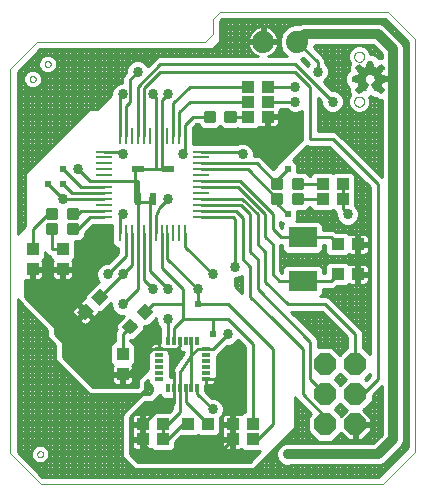
<source format=gtl>
G75*
%MOIN*%
%OFA0B0*%
%FSLAX25Y25*%
%IPPOS*%
%LPD*%
%AMOC8*
5,1,8,0,0,1.08239X$1,22.5*
%
%ADD10C,0.00000*%
%ADD11R,0.04331X0.03937*%
%ADD12C,0.01181*%
%ADD13C,0.07400*%
%ADD14OC8,0.07400*%
%ADD15C,0.00591*%
%ADD16R,0.03937X0.04331*%
%ADD17R,0.02000X0.02000*%
%ADD18R,0.01969X0.01969*%
%ADD19R,0.05800X0.01100*%
%ADD20R,0.01100X0.05800*%
%ADD21R,0.09449X0.06693*%
%ADD22R,0.03150X0.01181*%
%ADD23R,0.01181X0.03150*%
%ADD24C,0.01000*%
%ADD25C,0.03400*%
%ADD26C,0.03200*%
D10*
X0013174Y0027716D02*
X0127260Y0027716D01*
X0137867Y0038322D01*
X0137867Y0176202D01*
X0128853Y0185216D01*
X0072867Y0185216D01*
X0070367Y0182716D01*
X0070367Y0177716D01*
X0067867Y0175216D01*
X0011881Y0175216D01*
X0002867Y0166202D01*
X0002867Y0038024D01*
X0013174Y0027716D01*
X0011867Y0037716D02*
X0011869Y0037779D01*
X0011875Y0037841D01*
X0011885Y0037903D01*
X0011898Y0037965D01*
X0011916Y0038025D01*
X0011937Y0038084D01*
X0011962Y0038142D01*
X0011991Y0038198D01*
X0012023Y0038252D01*
X0012058Y0038304D01*
X0012096Y0038353D01*
X0012138Y0038401D01*
X0012182Y0038445D01*
X0012230Y0038487D01*
X0012279Y0038525D01*
X0012331Y0038560D01*
X0012385Y0038592D01*
X0012441Y0038621D01*
X0012499Y0038646D01*
X0012558Y0038667D01*
X0012618Y0038685D01*
X0012680Y0038698D01*
X0012742Y0038708D01*
X0012804Y0038714D01*
X0012867Y0038716D01*
X0012930Y0038714D01*
X0012992Y0038708D01*
X0013054Y0038698D01*
X0013116Y0038685D01*
X0013176Y0038667D01*
X0013235Y0038646D01*
X0013293Y0038621D01*
X0013349Y0038592D01*
X0013403Y0038560D01*
X0013455Y0038525D01*
X0013504Y0038487D01*
X0013552Y0038445D01*
X0013596Y0038401D01*
X0013638Y0038353D01*
X0013676Y0038304D01*
X0013711Y0038252D01*
X0013743Y0038198D01*
X0013772Y0038142D01*
X0013797Y0038084D01*
X0013818Y0038025D01*
X0013836Y0037965D01*
X0013849Y0037903D01*
X0013859Y0037841D01*
X0013865Y0037779D01*
X0013867Y0037716D01*
X0013865Y0037653D01*
X0013859Y0037591D01*
X0013849Y0037529D01*
X0013836Y0037467D01*
X0013818Y0037407D01*
X0013797Y0037348D01*
X0013772Y0037290D01*
X0013743Y0037234D01*
X0013711Y0037180D01*
X0013676Y0037128D01*
X0013638Y0037079D01*
X0013596Y0037031D01*
X0013552Y0036987D01*
X0013504Y0036945D01*
X0013455Y0036907D01*
X0013403Y0036872D01*
X0013349Y0036840D01*
X0013293Y0036811D01*
X0013235Y0036786D01*
X0013176Y0036765D01*
X0013116Y0036747D01*
X0013054Y0036734D01*
X0012992Y0036724D01*
X0012930Y0036718D01*
X0012867Y0036716D01*
X0012804Y0036718D01*
X0012742Y0036724D01*
X0012680Y0036734D01*
X0012618Y0036747D01*
X0012558Y0036765D01*
X0012499Y0036786D01*
X0012441Y0036811D01*
X0012385Y0036840D01*
X0012331Y0036872D01*
X0012279Y0036907D01*
X0012230Y0036945D01*
X0012182Y0036987D01*
X0012138Y0037031D01*
X0012096Y0037079D01*
X0012058Y0037128D01*
X0012023Y0037180D01*
X0011991Y0037234D01*
X0011962Y0037290D01*
X0011937Y0037348D01*
X0011916Y0037407D01*
X0011898Y0037467D01*
X0011885Y0037529D01*
X0011875Y0037591D01*
X0011869Y0037653D01*
X0011867Y0037716D01*
X0009367Y0162716D02*
X0009369Y0162779D01*
X0009375Y0162841D01*
X0009385Y0162903D01*
X0009398Y0162965D01*
X0009416Y0163025D01*
X0009437Y0163084D01*
X0009462Y0163142D01*
X0009491Y0163198D01*
X0009523Y0163252D01*
X0009558Y0163304D01*
X0009596Y0163353D01*
X0009638Y0163401D01*
X0009682Y0163445D01*
X0009730Y0163487D01*
X0009779Y0163525D01*
X0009831Y0163560D01*
X0009885Y0163592D01*
X0009941Y0163621D01*
X0009999Y0163646D01*
X0010058Y0163667D01*
X0010118Y0163685D01*
X0010180Y0163698D01*
X0010242Y0163708D01*
X0010304Y0163714D01*
X0010367Y0163716D01*
X0010430Y0163714D01*
X0010492Y0163708D01*
X0010554Y0163698D01*
X0010616Y0163685D01*
X0010676Y0163667D01*
X0010735Y0163646D01*
X0010793Y0163621D01*
X0010849Y0163592D01*
X0010903Y0163560D01*
X0010955Y0163525D01*
X0011004Y0163487D01*
X0011052Y0163445D01*
X0011096Y0163401D01*
X0011138Y0163353D01*
X0011176Y0163304D01*
X0011211Y0163252D01*
X0011243Y0163198D01*
X0011272Y0163142D01*
X0011297Y0163084D01*
X0011318Y0163025D01*
X0011336Y0162965D01*
X0011349Y0162903D01*
X0011359Y0162841D01*
X0011365Y0162779D01*
X0011367Y0162716D01*
X0011365Y0162653D01*
X0011359Y0162591D01*
X0011349Y0162529D01*
X0011336Y0162467D01*
X0011318Y0162407D01*
X0011297Y0162348D01*
X0011272Y0162290D01*
X0011243Y0162234D01*
X0011211Y0162180D01*
X0011176Y0162128D01*
X0011138Y0162079D01*
X0011096Y0162031D01*
X0011052Y0161987D01*
X0011004Y0161945D01*
X0010955Y0161907D01*
X0010903Y0161872D01*
X0010849Y0161840D01*
X0010793Y0161811D01*
X0010735Y0161786D01*
X0010676Y0161765D01*
X0010616Y0161747D01*
X0010554Y0161734D01*
X0010492Y0161724D01*
X0010430Y0161718D01*
X0010367Y0161716D01*
X0010304Y0161718D01*
X0010242Y0161724D01*
X0010180Y0161734D01*
X0010118Y0161747D01*
X0010058Y0161765D01*
X0009999Y0161786D01*
X0009941Y0161811D01*
X0009885Y0161840D01*
X0009831Y0161872D01*
X0009779Y0161907D01*
X0009730Y0161945D01*
X0009682Y0161987D01*
X0009638Y0162031D01*
X0009596Y0162079D01*
X0009558Y0162128D01*
X0009523Y0162180D01*
X0009491Y0162234D01*
X0009462Y0162290D01*
X0009437Y0162348D01*
X0009416Y0162407D01*
X0009398Y0162467D01*
X0009385Y0162529D01*
X0009375Y0162591D01*
X0009369Y0162653D01*
X0009367Y0162716D01*
X0014367Y0167716D02*
X0014369Y0167779D01*
X0014375Y0167841D01*
X0014385Y0167903D01*
X0014398Y0167965D01*
X0014416Y0168025D01*
X0014437Y0168084D01*
X0014462Y0168142D01*
X0014491Y0168198D01*
X0014523Y0168252D01*
X0014558Y0168304D01*
X0014596Y0168353D01*
X0014638Y0168401D01*
X0014682Y0168445D01*
X0014730Y0168487D01*
X0014779Y0168525D01*
X0014831Y0168560D01*
X0014885Y0168592D01*
X0014941Y0168621D01*
X0014999Y0168646D01*
X0015058Y0168667D01*
X0015118Y0168685D01*
X0015180Y0168698D01*
X0015242Y0168708D01*
X0015304Y0168714D01*
X0015367Y0168716D01*
X0015430Y0168714D01*
X0015492Y0168708D01*
X0015554Y0168698D01*
X0015616Y0168685D01*
X0015676Y0168667D01*
X0015735Y0168646D01*
X0015793Y0168621D01*
X0015849Y0168592D01*
X0015903Y0168560D01*
X0015955Y0168525D01*
X0016004Y0168487D01*
X0016052Y0168445D01*
X0016096Y0168401D01*
X0016138Y0168353D01*
X0016176Y0168304D01*
X0016211Y0168252D01*
X0016243Y0168198D01*
X0016272Y0168142D01*
X0016297Y0168084D01*
X0016318Y0168025D01*
X0016336Y0167965D01*
X0016349Y0167903D01*
X0016359Y0167841D01*
X0016365Y0167779D01*
X0016367Y0167716D01*
X0016365Y0167653D01*
X0016359Y0167591D01*
X0016349Y0167529D01*
X0016336Y0167467D01*
X0016318Y0167407D01*
X0016297Y0167348D01*
X0016272Y0167290D01*
X0016243Y0167234D01*
X0016211Y0167180D01*
X0016176Y0167128D01*
X0016138Y0167079D01*
X0016096Y0167031D01*
X0016052Y0166987D01*
X0016004Y0166945D01*
X0015955Y0166907D01*
X0015903Y0166872D01*
X0015849Y0166840D01*
X0015793Y0166811D01*
X0015735Y0166786D01*
X0015676Y0166765D01*
X0015616Y0166747D01*
X0015554Y0166734D01*
X0015492Y0166724D01*
X0015430Y0166718D01*
X0015367Y0166716D01*
X0015304Y0166718D01*
X0015242Y0166724D01*
X0015180Y0166734D01*
X0015118Y0166747D01*
X0015058Y0166765D01*
X0014999Y0166786D01*
X0014941Y0166811D01*
X0014885Y0166840D01*
X0014831Y0166872D01*
X0014779Y0166907D01*
X0014730Y0166945D01*
X0014682Y0166987D01*
X0014638Y0167031D01*
X0014596Y0167079D01*
X0014558Y0167128D01*
X0014523Y0167180D01*
X0014491Y0167234D01*
X0014462Y0167290D01*
X0014437Y0167348D01*
X0014416Y0167407D01*
X0014398Y0167467D01*
X0014385Y0167529D01*
X0014375Y0167591D01*
X0014369Y0167653D01*
X0014367Y0167716D01*
X0117532Y0170196D02*
X0117534Y0170277D01*
X0117540Y0170359D01*
X0117550Y0170440D01*
X0117564Y0170520D01*
X0117581Y0170599D01*
X0117603Y0170678D01*
X0117628Y0170755D01*
X0117657Y0170832D01*
X0117690Y0170906D01*
X0117727Y0170979D01*
X0117766Y0171050D01*
X0117810Y0171119D01*
X0117856Y0171186D01*
X0117906Y0171250D01*
X0117959Y0171312D01*
X0118015Y0171372D01*
X0118073Y0171428D01*
X0118135Y0171482D01*
X0118199Y0171533D01*
X0118265Y0171580D01*
X0118333Y0171624D01*
X0118404Y0171665D01*
X0118476Y0171702D01*
X0118551Y0171736D01*
X0118626Y0171766D01*
X0118704Y0171792D01*
X0118782Y0171815D01*
X0118861Y0171833D01*
X0118941Y0171848D01*
X0119022Y0171859D01*
X0119103Y0171866D01*
X0119185Y0171869D01*
X0119266Y0171868D01*
X0119347Y0171863D01*
X0119428Y0171854D01*
X0119509Y0171841D01*
X0119589Y0171824D01*
X0119667Y0171804D01*
X0119745Y0171779D01*
X0119822Y0171751D01*
X0119897Y0171719D01*
X0119970Y0171684D01*
X0120041Y0171645D01*
X0120111Y0171602D01*
X0120178Y0171557D01*
X0120244Y0171508D01*
X0120306Y0171456D01*
X0120366Y0171400D01*
X0120423Y0171342D01*
X0120478Y0171282D01*
X0120529Y0171218D01*
X0120577Y0171153D01*
X0120622Y0171085D01*
X0120664Y0171015D01*
X0120702Y0170943D01*
X0120737Y0170869D01*
X0120768Y0170794D01*
X0120795Y0170717D01*
X0120818Y0170639D01*
X0120838Y0170560D01*
X0120854Y0170480D01*
X0120866Y0170399D01*
X0120874Y0170318D01*
X0120878Y0170237D01*
X0120878Y0170155D01*
X0120874Y0170074D01*
X0120866Y0169993D01*
X0120854Y0169912D01*
X0120838Y0169832D01*
X0120818Y0169753D01*
X0120795Y0169675D01*
X0120768Y0169598D01*
X0120737Y0169523D01*
X0120702Y0169449D01*
X0120664Y0169377D01*
X0120622Y0169307D01*
X0120577Y0169239D01*
X0120529Y0169174D01*
X0120478Y0169110D01*
X0120423Y0169050D01*
X0120366Y0168992D01*
X0120306Y0168936D01*
X0120244Y0168884D01*
X0120178Y0168835D01*
X0120111Y0168790D01*
X0120042Y0168747D01*
X0119970Y0168708D01*
X0119897Y0168673D01*
X0119822Y0168641D01*
X0119745Y0168613D01*
X0119667Y0168588D01*
X0119589Y0168568D01*
X0119509Y0168551D01*
X0119428Y0168538D01*
X0119347Y0168529D01*
X0119266Y0168524D01*
X0119185Y0168523D01*
X0119103Y0168526D01*
X0119022Y0168533D01*
X0118941Y0168544D01*
X0118861Y0168559D01*
X0118782Y0168577D01*
X0118704Y0168600D01*
X0118626Y0168626D01*
X0118551Y0168656D01*
X0118476Y0168690D01*
X0118404Y0168727D01*
X0118333Y0168768D01*
X0118265Y0168812D01*
X0118199Y0168859D01*
X0118135Y0168910D01*
X0118073Y0168964D01*
X0118015Y0169020D01*
X0117959Y0169080D01*
X0117906Y0169142D01*
X0117856Y0169206D01*
X0117810Y0169273D01*
X0117766Y0169342D01*
X0117727Y0169413D01*
X0117690Y0169486D01*
X0117657Y0169560D01*
X0117628Y0169637D01*
X0117603Y0169714D01*
X0117581Y0169793D01*
X0117564Y0169872D01*
X0117550Y0169952D01*
X0117540Y0170033D01*
X0117534Y0170115D01*
X0117532Y0170196D01*
X0117532Y0155236D02*
X0117534Y0155317D01*
X0117540Y0155399D01*
X0117550Y0155480D01*
X0117564Y0155560D01*
X0117581Y0155639D01*
X0117603Y0155718D01*
X0117628Y0155795D01*
X0117657Y0155872D01*
X0117690Y0155946D01*
X0117727Y0156019D01*
X0117766Y0156090D01*
X0117810Y0156159D01*
X0117856Y0156226D01*
X0117906Y0156290D01*
X0117959Y0156352D01*
X0118015Y0156412D01*
X0118073Y0156468D01*
X0118135Y0156522D01*
X0118199Y0156573D01*
X0118265Y0156620D01*
X0118333Y0156664D01*
X0118404Y0156705D01*
X0118476Y0156742D01*
X0118551Y0156776D01*
X0118626Y0156806D01*
X0118704Y0156832D01*
X0118782Y0156855D01*
X0118861Y0156873D01*
X0118941Y0156888D01*
X0119022Y0156899D01*
X0119103Y0156906D01*
X0119185Y0156909D01*
X0119266Y0156908D01*
X0119347Y0156903D01*
X0119428Y0156894D01*
X0119509Y0156881D01*
X0119589Y0156864D01*
X0119667Y0156844D01*
X0119745Y0156819D01*
X0119822Y0156791D01*
X0119897Y0156759D01*
X0119970Y0156724D01*
X0120041Y0156685D01*
X0120111Y0156642D01*
X0120178Y0156597D01*
X0120244Y0156548D01*
X0120306Y0156496D01*
X0120366Y0156440D01*
X0120423Y0156382D01*
X0120478Y0156322D01*
X0120529Y0156258D01*
X0120577Y0156193D01*
X0120622Y0156125D01*
X0120664Y0156055D01*
X0120702Y0155983D01*
X0120737Y0155909D01*
X0120768Y0155834D01*
X0120795Y0155757D01*
X0120818Y0155679D01*
X0120838Y0155600D01*
X0120854Y0155520D01*
X0120866Y0155439D01*
X0120874Y0155358D01*
X0120878Y0155277D01*
X0120878Y0155195D01*
X0120874Y0155114D01*
X0120866Y0155033D01*
X0120854Y0154952D01*
X0120838Y0154872D01*
X0120818Y0154793D01*
X0120795Y0154715D01*
X0120768Y0154638D01*
X0120737Y0154563D01*
X0120702Y0154489D01*
X0120664Y0154417D01*
X0120622Y0154347D01*
X0120577Y0154279D01*
X0120529Y0154214D01*
X0120478Y0154150D01*
X0120423Y0154090D01*
X0120366Y0154032D01*
X0120306Y0153976D01*
X0120244Y0153924D01*
X0120178Y0153875D01*
X0120111Y0153830D01*
X0120042Y0153787D01*
X0119970Y0153748D01*
X0119897Y0153713D01*
X0119822Y0153681D01*
X0119745Y0153653D01*
X0119667Y0153628D01*
X0119589Y0153608D01*
X0119509Y0153591D01*
X0119428Y0153578D01*
X0119347Y0153569D01*
X0119266Y0153564D01*
X0119185Y0153563D01*
X0119103Y0153566D01*
X0119022Y0153573D01*
X0118941Y0153584D01*
X0118861Y0153599D01*
X0118782Y0153617D01*
X0118704Y0153640D01*
X0118626Y0153666D01*
X0118551Y0153696D01*
X0118476Y0153730D01*
X0118404Y0153767D01*
X0118333Y0153808D01*
X0118265Y0153852D01*
X0118199Y0153899D01*
X0118135Y0153950D01*
X0118073Y0154004D01*
X0118015Y0154060D01*
X0117959Y0154120D01*
X0117906Y0154182D01*
X0117856Y0154246D01*
X0117810Y0154313D01*
X0117766Y0154382D01*
X0117727Y0154453D01*
X0117690Y0154526D01*
X0117657Y0154600D01*
X0117628Y0154677D01*
X0117603Y0154754D01*
X0117581Y0154833D01*
X0117564Y0154912D01*
X0117550Y0154992D01*
X0117540Y0155073D01*
X0117534Y0155155D01*
X0117532Y0155236D01*
D11*
X0113713Y0127716D03*
X0113713Y0122716D03*
X0107020Y0122716D03*
X0107020Y0127716D03*
X0112020Y0107716D03*
X0118713Y0107716D03*
X0118713Y0097716D03*
X0112020Y0097716D03*
X0088713Y0150216D03*
X0088713Y0155216D03*
X0088713Y0160216D03*
X0082020Y0160216D03*
X0082020Y0155216D03*
X0082020Y0150216D03*
G36*
X0035655Y0090221D02*
X0032594Y0087160D01*
X0029811Y0089943D01*
X0032872Y0093004D01*
X0035655Y0090221D01*
G37*
G36*
X0030922Y0085489D02*
X0027861Y0082428D01*
X0025078Y0085211D01*
X0028139Y0088272D01*
X0030922Y0085489D01*
G37*
X0047020Y0047716D03*
X0047020Y0042716D03*
X0053713Y0042716D03*
X0053713Y0047716D03*
X0062020Y0047716D03*
X0068713Y0047716D03*
X0077020Y0047716D03*
X0077020Y0042716D03*
X0083713Y0042716D03*
X0083713Y0047716D03*
D12*
X0047808Y0083209D02*
X0045860Y0085157D01*
X0047808Y0087105D01*
X0049756Y0085157D01*
X0047808Y0083209D01*
X0048988Y0084389D02*
X0046628Y0084389D01*
X0046272Y0085569D02*
X0049344Y0085569D01*
X0048164Y0086749D02*
X0047452Y0086749D01*
X0040977Y0080274D02*
X0042925Y0078326D01*
X0040977Y0080274D02*
X0042925Y0082222D01*
X0044873Y0080274D01*
X0042925Y0078326D01*
X0044105Y0079506D02*
X0041745Y0079506D01*
X0041389Y0080686D02*
X0044461Y0080686D01*
X0043281Y0081866D02*
X0042569Y0081866D01*
X0022441Y0111338D02*
X0022441Y0114094D01*
X0025197Y0114094D01*
X0025197Y0111338D01*
X0022441Y0111338D01*
X0022441Y0112518D02*
X0025197Y0112518D01*
X0025197Y0113698D02*
X0022441Y0113698D01*
X0022441Y0116338D02*
X0022441Y0119094D01*
X0025197Y0119094D01*
X0025197Y0116338D01*
X0022441Y0116338D01*
X0022441Y0117518D02*
X0025197Y0117518D01*
X0025197Y0118698D02*
X0022441Y0118698D01*
X0015536Y0119094D02*
X0015536Y0116338D01*
X0015536Y0119094D02*
X0018292Y0119094D01*
X0018292Y0116338D01*
X0015536Y0116338D01*
X0015536Y0117518D02*
X0018292Y0117518D01*
X0018292Y0118698D02*
X0015536Y0118698D01*
X0015536Y0114094D02*
X0015536Y0111338D01*
X0015536Y0114094D02*
X0018292Y0114094D01*
X0018292Y0111338D01*
X0015536Y0111338D01*
X0015536Y0112518D02*
X0018292Y0112518D01*
X0018292Y0113698D02*
X0015536Y0113698D01*
X0070792Y0148838D02*
X0070792Y0151594D01*
X0070792Y0148838D02*
X0068036Y0148838D01*
X0068036Y0151594D01*
X0070792Y0151594D01*
X0070792Y0150018D02*
X0068036Y0150018D01*
X0068036Y0151198D02*
X0070792Y0151198D01*
X0077697Y0151594D02*
X0077697Y0148838D01*
X0074941Y0148838D01*
X0074941Y0151594D01*
X0077697Y0151594D01*
X0077697Y0150018D02*
X0074941Y0150018D01*
X0074941Y0151198D02*
X0077697Y0151198D01*
X0093292Y0129094D02*
X0093292Y0126338D01*
X0090536Y0126338D01*
X0090536Y0129094D01*
X0093292Y0129094D01*
X0093292Y0127518D02*
X0090536Y0127518D01*
X0090536Y0128698D02*
X0093292Y0128698D01*
X0093292Y0124094D02*
X0093292Y0121338D01*
X0090536Y0121338D01*
X0090536Y0124094D01*
X0093292Y0124094D01*
X0093292Y0122518D02*
X0090536Y0122518D01*
X0090536Y0123698D02*
X0093292Y0123698D01*
X0100197Y0124094D02*
X0100197Y0121338D01*
X0097441Y0121338D01*
X0097441Y0124094D01*
X0100197Y0124094D01*
X0100197Y0122518D02*
X0097441Y0122518D01*
X0097441Y0123698D02*
X0100197Y0123698D01*
X0100197Y0126338D02*
X0100197Y0129094D01*
X0100197Y0126338D02*
X0097441Y0126338D01*
X0097441Y0129094D01*
X0100197Y0129094D01*
X0100197Y0127518D02*
X0097441Y0127518D01*
X0097441Y0128698D02*
X0100197Y0128698D01*
D13*
X0098567Y0175216D03*
X0087167Y0175216D03*
D14*
X0107867Y0067716D03*
X0107867Y0057716D03*
X0117867Y0057716D03*
X0117867Y0067716D03*
X0117867Y0047716D03*
X0107867Y0047716D03*
D15*
X0119231Y0158062D02*
X0120715Y0159273D01*
X0121313Y0158965D01*
X0122160Y0161011D01*
X0121782Y0161223D01*
X0121463Y0161517D01*
X0121222Y0161878D01*
X0121072Y0162285D01*
X0121021Y0162716D01*
X0121074Y0163154D01*
X0121230Y0163568D01*
X0121479Y0163932D01*
X0121808Y0164227D01*
X0122198Y0164435D01*
X0122626Y0164545D01*
X0123067Y0164550D01*
X0123498Y0164450D01*
X0123892Y0164250D01*
X0124227Y0163962D01*
X0124484Y0163603D01*
X0124649Y0163193D01*
X0124711Y0162756D01*
X0124668Y0162316D01*
X0124522Y0161900D01*
X0124280Y0161530D01*
X0123958Y0161227D01*
X0123573Y0161011D01*
X0124421Y0158965D01*
X0125018Y0159273D01*
X0126502Y0158062D01*
X0127520Y0159080D01*
X0126310Y0160564D01*
X0126618Y0161162D01*
X0126823Y0161802D01*
X0128728Y0161996D01*
X0128728Y0163436D01*
X0126823Y0163629D01*
X0126618Y0164270D01*
X0126310Y0164867D01*
X0127520Y0166352D01*
X0126502Y0167369D01*
X0125018Y0166159D01*
X0124420Y0166467D01*
X0123780Y0166672D01*
X0123586Y0168577D01*
X0122147Y0168577D01*
X0121953Y0166672D01*
X0121313Y0166467D01*
X0120715Y0166159D01*
X0119231Y0167369D01*
X0118213Y0166352D01*
X0119423Y0164867D01*
X0119115Y0164270D01*
X0118910Y0163629D01*
X0117005Y0163436D01*
X0117005Y0161996D01*
X0118910Y0161802D01*
X0119115Y0161162D01*
X0119423Y0160564D01*
X0118213Y0159080D01*
X0119231Y0158062D01*
X0118819Y0158474D02*
X0119735Y0158474D01*
X0120458Y0159063D02*
X0118230Y0159063D01*
X0118679Y0159652D02*
X0121597Y0159652D01*
X0121841Y0160241D02*
X0119160Y0160241D01*
X0119287Y0160830D02*
X0122085Y0160830D01*
X0121569Y0161419D02*
X0119033Y0161419D01*
X0117005Y0162008D02*
X0121174Y0162008D01*
X0121035Y0162597D02*
X0117005Y0162597D01*
X0117005Y0163186D02*
X0121086Y0163186D01*
X0121372Y0163775D02*
X0118957Y0163775D01*
X0119164Y0164364D02*
X0122065Y0164364D01*
X0123666Y0164364D02*
X0126569Y0164364D01*
X0126380Y0164953D02*
X0119353Y0164953D01*
X0118873Y0165542D02*
X0126860Y0165542D01*
X0127341Y0166131D02*
X0118393Y0166131D01*
X0118582Y0166721D02*
X0120027Y0166721D01*
X0119304Y0167310D02*
X0119171Y0167310D01*
X0122018Y0167310D02*
X0123715Y0167310D01*
X0123655Y0167899D02*
X0122078Y0167899D01*
X0122138Y0168488D02*
X0123595Y0168488D01*
X0123775Y0166721D02*
X0121958Y0166721D01*
X0125707Y0166721D02*
X0127151Y0166721D01*
X0126562Y0167310D02*
X0126429Y0167310D01*
X0126776Y0163775D02*
X0124361Y0163775D01*
X0124650Y0163186D02*
X0128728Y0163186D01*
X0128728Y0162597D02*
X0124696Y0162597D01*
X0124560Y0162008D02*
X0128728Y0162008D01*
X0126700Y0161419D02*
X0124162Y0161419D01*
X0123648Y0160830D02*
X0126447Y0160830D01*
X0126574Y0160241D02*
X0123892Y0160241D01*
X0124136Y0159652D02*
X0127054Y0159652D01*
X0127503Y0159063D02*
X0125276Y0159063D01*
X0124611Y0159063D02*
X0124380Y0159063D01*
X0125998Y0158474D02*
X0126914Y0158474D01*
X0121353Y0159063D02*
X0121122Y0159063D01*
D16*
X0040367Y0071062D03*
X0040367Y0064369D03*
X0020367Y0099369D03*
X0020367Y0106062D03*
X0010367Y0106062D03*
X0010367Y0099369D03*
D17*
X0015367Y0127716D03*
X0020367Y0127716D03*
X0020367Y0132716D03*
X0065367Y0087716D03*
X0070367Y0077716D03*
X0095367Y0117716D03*
X0095367Y0132716D03*
D18*
X0056351Y0132716D03*
X0054382Y0132716D03*
X0046351Y0132716D03*
X0044382Y0132716D03*
X0045367Y0123700D03*
X0045367Y0121732D03*
X0050367Y0121732D03*
X0050367Y0123700D03*
D19*
X0034167Y0122816D03*
X0034167Y0124716D03*
X0034167Y0126716D03*
X0034167Y0128716D03*
X0034167Y0130716D03*
X0034167Y0132616D03*
X0034167Y0134616D03*
X0034167Y0136616D03*
X0034167Y0138516D03*
X0034167Y0120816D03*
X0034167Y0118816D03*
X0034167Y0116916D03*
X0066567Y0116916D03*
X0066567Y0118816D03*
X0066567Y0120816D03*
X0066567Y0122816D03*
X0066567Y0124716D03*
X0066567Y0126716D03*
X0066567Y0128716D03*
X0066567Y0130716D03*
X0066567Y0132616D03*
X0066567Y0134616D03*
X0066567Y0136616D03*
X0066567Y0138516D03*
D20*
X0061167Y0143916D03*
X0059267Y0143916D03*
X0057267Y0143916D03*
X0055267Y0143916D03*
X0053367Y0143916D03*
X0051367Y0143916D03*
X0049367Y0143916D03*
X0047367Y0143916D03*
X0045467Y0143916D03*
X0043467Y0143916D03*
X0041467Y0143916D03*
X0039567Y0143916D03*
X0039567Y0111516D03*
X0041467Y0111516D03*
X0043467Y0111516D03*
X0045467Y0111516D03*
X0047367Y0111516D03*
X0049367Y0111516D03*
X0051367Y0111516D03*
X0053367Y0111516D03*
X0055267Y0111516D03*
X0057267Y0111516D03*
X0059267Y0111516D03*
X0061167Y0111516D03*
D21*
X0100367Y0109999D03*
X0100367Y0095432D03*
D22*
X0068241Y0072637D03*
X0068241Y0070669D03*
X0068241Y0068700D03*
X0068241Y0066732D03*
X0068241Y0064763D03*
X0068241Y0062795D03*
X0052493Y0062795D03*
X0052493Y0064763D03*
X0052493Y0066732D03*
X0052493Y0068700D03*
X0052493Y0070669D03*
X0052493Y0072637D03*
D23*
X0055445Y0075590D03*
X0057414Y0075590D03*
X0059382Y0075590D03*
X0061351Y0075590D03*
X0063319Y0075590D03*
X0065288Y0075590D03*
X0065288Y0059842D03*
X0063319Y0059842D03*
X0061351Y0059842D03*
X0059382Y0059842D03*
X0057414Y0059842D03*
X0055445Y0059842D03*
D24*
X0057414Y0059842D02*
X0057414Y0064382D01*
X0056498Y0068985D01*
X0055367Y0072716D01*
X0052571Y0072716D01*
X0052493Y0072637D01*
X0050288Y0072637D01*
X0042020Y0064369D01*
X0040367Y0064369D01*
X0036213Y0064369D01*
X0032867Y0067716D01*
X0032867Y0080216D01*
X0028000Y0085082D01*
X0027733Y0085082D01*
X0022867Y0080216D01*
X0025751Y0082415D02*
X0026940Y0081226D01*
X0027282Y0081029D01*
X0027664Y0080926D01*
X0028059Y0080926D01*
X0028440Y0081029D01*
X0028782Y0081226D01*
X0030110Y0082554D01*
X0028000Y0084665D01*
X0025751Y0082415D01*
X0025985Y0082649D02*
X0015434Y0082649D01*
X0016432Y0081650D02*
X0026516Y0081650D01*
X0025066Y0083100D02*
X0027315Y0085349D01*
X0028000Y0084665D01*
X0028685Y0085349D01*
X0030795Y0083239D01*
X0032124Y0084568D01*
X0032321Y0084910D01*
X0032361Y0085059D01*
X0033464Y0085059D01*
X0036567Y0088162D01*
X0036567Y0086960D01*
X0037145Y0085563D01*
X0038214Y0084494D01*
X0039611Y0083916D01*
X0040813Y0083916D01*
X0038696Y0081798D01*
X0038286Y0080810D01*
X0038286Y0079739D01*
X0038411Y0079437D01*
X0038162Y0079189D01*
X0037767Y0078233D01*
X0037767Y0075328D01*
X0037528Y0075328D01*
X0036298Y0074097D01*
X0036298Y0068027D01*
X0037078Y0067248D01*
X0037000Y0067114D01*
X0036898Y0066732D01*
X0036898Y0064854D01*
X0039882Y0064854D01*
X0039882Y0063885D01*
X0036898Y0063885D01*
X0036898Y0062007D01*
X0037000Y0061625D01*
X0037198Y0061283D01*
X0037477Y0061004D01*
X0037819Y0060806D01*
X0038201Y0060704D01*
X0039882Y0060704D01*
X0039882Y0063885D01*
X0040851Y0063885D01*
X0040851Y0060704D01*
X0042533Y0060704D01*
X0042914Y0060806D01*
X0043256Y0061004D01*
X0043535Y0061283D01*
X0043733Y0061625D01*
X0043835Y0062007D01*
X0043835Y0063885D01*
X0040851Y0063885D01*
X0040851Y0064854D01*
X0043835Y0064854D01*
X0043835Y0066732D01*
X0043733Y0067114D01*
X0043656Y0067248D01*
X0044435Y0068027D01*
X0044435Y0074097D01*
X0043205Y0075328D01*
X0042967Y0075328D01*
X0042967Y0075635D01*
X0043460Y0075635D01*
X0044449Y0076045D01*
X0047155Y0078750D01*
X0047564Y0079739D01*
X0047564Y0080518D01*
X0048343Y0080518D01*
X0049332Y0080928D01*
X0051567Y0083162D01*
X0051567Y0081960D01*
X0052145Y0080563D01*
X0052845Y0079863D01*
X0052845Y0078125D01*
X0052755Y0078034D01*
X0052755Y0074728D01*
X0052493Y0074728D01*
X0052493Y0073359D01*
X0052493Y0073359D01*
X0052493Y0074728D01*
X0050720Y0074728D01*
X0050339Y0074625D01*
X0049997Y0074428D01*
X0049718Y0074149D01*
X0049520Y0073807D01*
X0049418Y0073425D01*
X0049418Y0072729D01*
X0048818Y0072129D01*
X0048818Y0066167D01*
X0045367Y0062716D01*
X0045367Y0060216D01*
X0030367Y0060216D01*
X0020367Y0070216D01*
X0020367Y0075216D01*
X0017867Y0077716D01*
X0017867Y0080216D01*
X0007867Y0090216D01*
X0007867Y0095794D01*
X0008201Y0095704D01*
X0009882Y0095704D01*
X0009882Y0098885D01*
X0010851Y0098885D01*
X0010851Y0095704D01*
X0012533Y0095704D01*
X0012914Y0095806D01*
X0013256Y0096004D01*
X0013535Y0096283D01*
X0013733Y0096625D01*
X0013835Y0097007D01*
X0013835Y0098885D01*
X0010851Y0098885D01*
X0010851Y0099854D01*
X0013835Y0099854D01*
X0013835Y0101732D01*
X0013733Y0102114D01*
X0013656Y0102248D01*
X0014435Y0103027D01*
X0014435Y0105252D01*
X0014710Y0104590D01*
X0015441Y0103858D01*
X0016298Y0103503D01*
X0016298Y0103027D01*
X0017078Y0102248D01*
X0017000Y0102114D01*
X0016898Y0101732D01*
X0016898Y0099854D01*
X0019882Y0099854D01*
X0019882Y0098885D01*
X0016898Y0098885D01*
X0016898Y0097007D01*
X0017000Y0096625D01*
X0017198Y0096283D01*
X0017477Y0096004D01*
X0017819Y0095806D01*
X0018201Y0095704D01*
X0019882Y0095704D01*
X0019882Y0098885D01*
X0020851Y0098885D01*
X0020851Y0095704D01*
X0022533Y0095704D01*
X0022914Y0095806D01*
X0023256Y0096004D01*
X0023535Y0096283D01*
X0023733Y0096625D01*
X0023835Y0097007D01*
X0023835Y0098885D01*
X0020851Y0098885D01*
X0020851Y0099854D01*
X0023835Y0099854D01*
X0023835Y0101732D01*
X0023733Y0102114D01*
X0023656Y0102248D01*
X0024435Y0103027D01*
X0024435Y0108647D01*
X0025733Y0108647D01*
X0026721Y0109057D01*
X0027478Y0109814D01*
X0027888Y0110803D01*
X0027888Y0111560D01*
X0030594Y0114266D01*
X0036917Y0114266D01*
X0036917Y0107746D01*
X0038147Y0106516D01*
X0038867Y0106516D01*
X0038867Y0104893D01*
X0035490Y0101516D01*
X0034611Y0101516D01*
X0033214Y0100937D01*
X0032145Y0099868D01*
X0031567Y0098472D01*
X0031567Y0096960D01*
X0032145Y0095563D01*
X0032603Y0095105D01*
X0032002Y0095105D01*
X0027710Y0090813D01*
X0027710Y0089710D01*
X0027561Y0089670D01*
X0027219Y0089473D01*
X0025890Y0088145D01*
X0028000Y0086034D01*
X0027315Y0085350D01*
X0025205Y0087460D01*
X0023877Y0086131D01*
X0023680Y0085789D01*
X0023577Y0085408D01*
X0023577Y0085013D01*
X0023680Y0084631D01*
X0023877Y0084289D01*
X0025066Y0083100D01*
X0024519Y0083647D02*
X0014435Y0083647D01*
X0013437Y0084646D02*
X0023676Y0084646D01*
X0023641Y0085644D02*
X0012438Y0085644D01*
X0011440Y0086643D02*
X0024389Y0086643D01*
X0026022Y0086643D02*
X0027392Y0086643D01*
X0027610Y0085644D02*
X0027021Y0085644D01*
X0028000Y0085350D02*
X0028000Y0085082D01*
X0028000Y0085350D02*
X0020367Y0092983D01*
X0020367Y0099369D01*
X0010367Y0099369D01*
X0010851Y0099624D02*
X0019882Y0099624D01*
X0020851Y0099624D02*
X0032044Y0099624D01*
X0031630Y0098625D02*
X0023835Y0098625D01*
X0023835Y0097627D02*
X0031567Y0097627D01*
X0031704Y0096628D02*
X0023734Y0096628D01*
X0020851Y0096628D02*
X0019882Y0096628D01*
X0019882Y0097627D02*
X0020851Y0097627D01*
X0020851Y0098625D02*
X0019882Y0098625D01*
X0017000Y0096628D02*
X0013734Y0096628D01*
X0013835Y0097627D02*
X0016898Y0097627D01*
X0016898Y0098625D02*
X0013835Y0098625D01*
X0013835Y0100622D02*
X0016898Y0100622D01*
X0016898Y0101621D02*
X0013835Y0101621D01*
X0014027Y0102619D02*
X0016706Y0102619D01*
X0016022Y0103618D02*
X0014435Y0103618D01*
X0014435Y0104616D02*
X0014699Y0104616D01*
X0016914Y0106062D02*
X0020367Y0106062D01*
X0016914Y0106062D02*
X0016914Y0112716D01*
X0016914Y0117716D02*
X0015367Y0117716D01*
X0010367Y0112716D01*
X0010367Y0106062D01*
X0005367Y0110974D02*
X0005367Y0165216D01*
X0005367Y0110974D01*
X0005662Y0111689D01*
X0006394Y0112420D01*
X0007767Y0113793D01*
X0007767Y0130733D01*
X0007767Y0160932D01*
X0007739Y0160960D02*
X0008611Y0160088D01*
X0009750Y0159616D01*
X0010983Y0159616D01*
X0012123Y0160088D01*
X0012995Y0160960D01*
X0013467Y0162099D01*
X0013467Y0163332D01*
X0012995Y0164472D01*
X0012123Y0165344D01*
X0010983Y0165816D01*
X0009750Y0165816D01*
X0008611Y0165344D01*
X0007739Y0164472D01*
X0007267Y0163332D01*
X0007267Y0162099D01*
X0007739Y0160960D01*
X0007591Y0161316D02*
X0005367Y0161316D01*
X0005367Y0162516D02*
X0007267Y0162516D01*
X0007425Y0163716D02*
X0005367Y0163716D01*
X0005367Y0164916D02*
X0008183Y0164916D01*
X0007767Y0164500D02*
X0007767Y0167616D01*
X0007467Y0167316D02*
X0012267Y0167316D01*
X0012267Y0167099D02*
X0012739Y0165960D01*
X0013611Y0165088D01*
X0014750Y0164616D01*
X0015983Y0164616D01*
X0017123Y0165088D01*
X0017995Y0165960D01*
X0018467Y0167099D01*
X0018467Y0168332D01*
X0017995Y0169472D01*
X0017123Y0170344D01*
X0015983Y0170816D01*
X0014750Y0170816D01*
X0013611Y0170344D01*
X0012739Y0169472D01*
X0012267Y0168332D01*
X0012267Y0167099D01*
X0012567Y0166375D02*
X0012567Y0164900D01*
X0012551Y0164916D02*
X0014026Y0164916D01*
X0013767Y0165023D02*
X0013767Y0137293D01*
X0013790Y0137316D02*
X0005367Y0137316D01*
X0005367Y0138516D02*
X0014990Y0138516D01*
X0014967Y0138493D02*
X0014967Y0164616D01*
X0016167Y0164692D02*
X0016167Y0139693D01*
X0016190Y0139716D02*
X0005367Y0139716D01*
X0005367Y0140916D02*
X0017390Y0140916D01*
X0017367Y0140893D02*
X0017367Y0165332D01*
X0016708Y0164916D02*
X0041390Y0164916D01*
X0041367Y0164893D02*
X0041367Y0172716D01*
X0042567Y0172716D02*
X0042567Y0167790D01*
X0042145Y0167368D02*
X0041567Y0165972D01*
X0041567Y0165093D01*
X0040662Y0164189D01*
X0040267Y0163233D01*
X0040267Y0161516D01*
X0039611Y0161516D01*
X0038214Y0160937D01*
X0037145Y0159868D01*
X0036567Y0158472D01*
X0036567Y0172716D01*
X0037767Y0172716D02*
X0037767Y0160490D01*
X0037393Y0160116D02*
X0012151Y0160116D01*
X0012567Y0160532D02*
X0012567Y0136093D01*
X0012590Y0136116D02*
X0005367Y0136116D01*
X0005367Y0134916D02*
X0011390Y0134916D01*
X0011367Y0134893D02*
X0011367Y0159775D01*
X0010167Y0159616D02*
X0010167Y0133693D01*
X0010190Y0133716D02*
X0005367Y0133716D01*
X0005367Y0132516D02*
X0008990Y0132516D01*
X0008967Y0132493D02*
X0008967Y0159940D01*
X0008583Y0160116D02*
X0005367Y0160116D01*
X0005367Y0158916D02*
X0036751Y0158916D01*
X0036567Y0158472D02*
X0036567Y0157593D01*
X0031790Y0152816D01*
X0029849Y0152816D01*
X0028894Y0152420D01*
X0023894Y0147420D01*
X0013894Y0137420D01*
X0008894Y0132420D01*
X0008162Y0131689D01*
X0007767Y0130733D01*
X0007767Y0130116D02*
X0005367Y0130116D01*
X0005367Y0131316D02*
X0008008Y0131316D01*
X0007767Y0128916D02*
X0005367Y0128916D01*
X0005367Y0127716D02*
X0007767Y0127716D01*
X0007767Y0126516D02*
X0005367Y0126516D01*
X0005367Y0125316D02*
X0007767Y0125316D01*
X0007767Y0124116D02*
X0005367Y0124116D01*
X0005367Y0122916D02*
X0007767Y0122916D01*
X0007767Y0121716D02*
X0005367Y0121716D01*
X0005367Y0120516D02*
X0007767Y0120516D01*
X0007767Y0119316D02*
X0005367Y0119316D01*
X0005367Y0118116D02*
X0007767Y0118116D01*
X0007767Y0116916D02*
X0005367Y0116916D01*
X0005367Y0115716D02*
X0007767Y0115716D01*
X0007767Y0114516D02*
X0005367Y0114516D01*
X0005367Y0113316D02*
X0007290Y0113316D01*
X0006567Y0112593D02*
X0006567Y0166416D01*
X0006267Y0166116D02*
X0012674Y0166116D01*
X0011367Y0165657D02*
X0011367Y0171216D01*
X0011067Y0170916D02*
X0084238Y0170916D01*
X0084441Y0170768D02*
X0085171Y0170397D01*
X0085420Y0170316D01*
X0052349Y0170316D01*
X0051394Y0169920D01*
X0050662Y0169189D01*
X0048663Y0167189D01*
X0048588Y0167368D01*
X0047519Y0168437D01*
X0046123Y0169016D01*
X0044611Y0169016D01*
X0043214Y0168437D01*
X0042145Y0167368D01*
X0042123Y0167316D02*
X0018467Y0167316D01*
X0018391Y0168516D02*
X0043404Y0168516D01*
X0043767Y0168666D02*
X0043767Y0172716D01*
X0044967Y0172716D02*
X0044967Y0169016D01*
X0046167Y0168998D02*
X0046167Y0172716D01*
X0047367Y0172716D02*
X0047367Y0168500D01*
X0047330Y0168516D02*
X0049990Y0168516D01*
X0049767Y0168293D02*
X0049767Y0172716D01*
X0050967Y0172716D02*
X0050967Y0169493D01*
X0051190Y0169716D02*
X0017751Y0169716D01*
X0017367Y0170100D02*
X0017367Y0172716D01*
X0018567Y0172716D02*
X0018567Y0142093D01*
X0018590Y0142116D02*
X0005367Y0142116D01*
X0005367Y0143316D02*
X0019790Y0143316D01*
X0019767Y0143293D02*
X0019767Y0172716D01*
X0020967Y0172716D02*
X0020967Y0144493D01*
X0020990Y0144516D02*
X0005367Y0144516D01*
X0005367Y0145716D02*
X0022190Y0145716D01*
X0022167Y0145693D02*
X0022167Y0172716D01*
X0023367Y0172716D02*
X0023367Y0146893D01*
X0023390Y0146916D02*
X0005367Y0146916D01*
X0005367Y0148116D02*
X0024590Y0148116D01*
X0024567Y0148093D02*
X0024567Y0172716D01*
X0025767Y0172716D02*
X0025767Y0149293D01*
X0025790Y0149316D02*
X0005367Y0149316D01*
X0005367Y0150516D02*
X0026990Y0150516D01*
X0026967Y0150493D02*
X0026967Y0172716D01*
X0028167Y0172716D02*
X0028167Y0151693D01*
X0028190Y0151716D02*
X0005367Y0151716D01*
X0005367Y0152916D02*
X0031890Y0152916D01*
X0031767Y0152816D02*
X0031767Y0172716D01*
X0032967Y0172716D02*
X0032967Y0153993D01*
X0033090Y0154116D02*
X0005367Y0154116D01*
X0005367Y0155316D02*
X0034290Y0155316D01*
X0034167Y0155193D02*
X0034167Y0172716D01*
X0035367Y0172716D02*
X0035367Y0156393D01*
X0035490Y0156516D02*
X0005367Y0156516D01*
X0005367Y0157716D02*
X0036567Y0157716D01*
X0039567Y0156916D02*
X0040367Y0157716D01*
X0039567Y0156916D02*
X0039567Y0143916D01*
X0041467Y0143916D02*
X0041467Y0153816D01*
X0042867Y0155216D01*
X0042867Y0162716D01*
X0045367Y0165216D01*
X0041626Y0166116D02*
X0018059Y0166116D01*
X0016167Y0170740D02*
X0016167Y0172716D01*
X0014967Y0172716D02*
X0014967Y0170816D01*
X0013767Y0170409D02*
X0013767Y0172716D01*
X0012867Y0172716D02*
X0070367Y0172716D01*
X0072867Y0175216D01*
X0072867Y0182246D01*
X0073336Y0182716D01*
X0127867Y0182716D01*
X0135367Y0175216D01*
X0135367Y0040216D01*
X0125367Y0030216D01*
X0125367Y0034016D01*
X0126103Y0034016D02*
X0127463Y0034579D01*
X0132463Y0039579D01*
X0133503Y0040620D01*
X0134067Y0041980D01*
X0134067Y0173452D01*
X0133503Y0174812D01*
X0128503Y0179812D01*
X0127463Y0180853D01*
X0126103Y0181416D01*
X0100331Y0181416D01*
X0099365Y0181016D01*
X0097413Y0181016D01*
X0095281Y0180133D01*
X0093650Y0178501D01*
X0092767Y0176370D01*
X0092767Y0174062D01*
X0093650Y0171930D01*
X0095264Y0170316D01*
X0088913Y0170316D01*
X0089163Y0170397D01*
X0089892Y0170768D01*
X0090554Y0171249D01*
X0091133Y0171828D01*
X0091614Y0172490D01*
X0091986Y0173220D01*
X0092239Y0173998D01*
X0092352Y0174716D01*
X0087667Y0174716D01*
X0087667Y0175716D01*
X0092352Y0175716D01*
X0092767Y0175716D01*
X0092352Y0175716D02*
X0092239Y0176434D01*
X0091986Y0177212D01*
X0091614Y0177941D01*
X0091133Y0178603D01*
X0090554Y0179182D01*
X0089892Y0179663D01*
X0089163Y0180035D01*
X0088384Y0180288D01*
X0087667Y0180401D01*
X0087667Y0175716D01*
X0086667Y0175716D01*
X0086667Y0180401D01*
X0085949Y0180288D01*
X0085171Y0180035D01*
X0084441Y0179663D01*
X0083779Y0179182D01*
X0083200Y0178603D01*
X0082719Y0177941D01*
X0082348Y0177212D01*
X0082095Y0176434D01*
X0081981Y0175716D01*
X0072867Y0175716D01*
X0072567Y0174916D02*
X0072567Y0170316D01*
X0073767Y0170316D02*
X0073767Y0182716D01*
X0074967Y0182716D02*
X0074967Y0170316D01*
X0076167Y0170316D02*
X0076167Y0182716D01*
X0077367Y0182716D02*
X0077367Y0170316D01*
X0078567Y0170316D02*
X0078567Y0182716D01*
X0079767Y0182716D02*
X0079767Y0170316D01*
X0080967Y0170316D02*
X0080967Y0182716D01*
X0082167Y0182716D02*
X0082167Y0176655D01*
X0082251Y0176916D02*
X0072867Y0176916D01*
X0072867Y0178116D02*
X0082846Y0178116D01*
X0083367Y0178770D02*
X0083367Y0182716D01*
X0084567Y0182716D02*
X0084567Y0179727D01*
X0083963Y0179316D02*
X0072867Y0179316D01*
X0072867Y0180516D02*
X0096206Y0180516D01*
X0096567Y0180665D02*
X0096567Y0182716D01*
X0097767Y0182716D02*
X0097767Y0181016D01*
X0098967Y0181016D02*
X0098967Y0182716D01*
X0100167Y0182716D02*
X0100167Y0181348D01*
X0101367Y0181416D02*
X0101367Y0182716D01*
X0102567Y0182716D02*
X0102567Y0181416D01*
X0103767Y0181416D02*
X0103767Y0182716D01*
X0104967Y0182716D02*
X0104967Y0181416D01*
X0106167Y0181416D02*
X0106167Y0182716D01*
X0107367Y0182716D02*
X0107367Y0181416D01*
X0108567Y0181416D02*
X0108567Y0182716D01*
X0109767Y0182716D02*
X0109767Y0181416D01*
X0110967Y0181416D02*
X0110967Y0182716D01*
X0112167Y0182716D02*
X0112167Y0181416D01*
X0113367Y0181416D02*
X0113367Y0182716D01*
X0114567Y0182716D02*
X0114567Y0181416D01*
X0115767Y0181416D02*
X0115767Y0182716D01*
X0116967Y0182716D02*
X0116967Y0181416D01*
X0118167Y0181416D02*
X0118167Y0182716D01*
X0119367Y0182716D02*
X0119367Y0181416D01*
X0120567Y0181416D02*
X0120567Y0182716D01*
X0121767Y0182716D02*
X0121767Y0181416D01*
X0122967Y0181416D02*
X0122967Y0182716D01*
X0124167Y0182716D02*
X0124167Y0181416D01*
X0125367Y0181416D02*
X0125367Y0182716D01*
X0126567Y0182716D02*
X0126567Y0181224D01*
X0127767Y0180548D02*
X0127767Y0182716D01*
X0128867Y0181716D02*
X0072867Y0181716D01*
X0072167Y0174516D02*
X0082013Y0174516D01*
X0081981Y0174716D02*
X0082095Y0173998D01*
X0082348Y0173220D01*
X0082719Y0172490D01*
X0083200Y0171828D01*
X0083779Y0171249D01*
X0084441Y0170768D01*
X0084567Y0170705D02*
X0084567Y0170316D01*
X0083367Y0170316D02*
X0083367Y0171662D01*
X0082991Y0172116D02*
X0012267Y0172116D01*
X0012567Y0172416D02*
X0012567Y0169057D01*
X0012343Y0168516D02*
X0008667Y0168516D01*
X0008967Y0168816D02*
X0008967Y0165491D01*
X0010167Y0165816D02*
X0010167Y0170016D01*
X0009867Y0169716D02*
X0012983Y0169716D01*
X0012867Y0172716D02*
X0005367Y0165216D01*
X0013308Y0163716D02*
X0040467Y0163716D01*
X0040267Y0162516D02*
X0013467Y0162516D01*
X0013142Y0161316D02*
X0039128Y0161316D01*
X0038967Y0161249D02*
X0038967Y0172716D01*
X0040167Y0172716D02*
X0040167Y0161516D01*
X0045367Y0160216D02*
X0052867Y0167716D01*
X0097867Y0167716D01*
X0110367Y0155216D01*
X0112167Y0158583D02*
X0112167Y0174016D01*
X0113367Y0174016D02*
X0113367Y0157590D01*
X0113241Y0157716D02*
X0116190Y0157716D01*
X0116182Y0157723D02*
X0116270Y0157636D01*
X0116006Y0157373D01*
X0115432Y0155986D01*
X0115432Y0154485D01*
X0116006Y0153098D01*
X0117068Y0152037D01*
X0118455Y0151462D01*
X0119956Y0151462D01*
X0121343Y0152037D01*
X0122404Y0153098D01*
X0122978Y0154485D01*
X0122978Y0155986D01*
X0122598Y0156904D01*
X0122669Y0156934D01*
X0122867Y0157131D01*
X0123064Y0156934D01*
X0123159Y0156895D01*
X0123237Y0156829D01*
X0123596Y0156714D01*
X0123944Y0156569D01*
X0124047Y0156569D01*
X0124144Y0156538D01*
X0124520Y0156569D01*
X0124543Y0156569D01*
X0124895Y0156283D01*
X0125146Y0156032D01*
X0125261Y0155984D01*
X0125358Y0155905D01*
X0125698Y0155803D01*
X0126026Y0155667D01*
X0126151Y0155667D01*
X0126271Y0155631D01*
X0126624Y0155667D01*
X0126667Y0155667D01*
X0126667Y0130093D01*
X0111839Y0144920D01*
X0110884Y0145316D01*
X0105467Y0145316D01*
X0105467Y0156439D01*
X0106567Y0155339D01*
X0106567Y0154460D01*
X0107145Y0153063D01*
X0108214Y0151994D01*
X0109611Y0151416D01*
X0111123Y0151416D01*
X0112519Y0151994D01*
X0113588Y0153063D01*
X0114167Y0154460D01*
X0114167Y0155972D01*
X0113588Y0157368D01*
X0112519Y0158437D01*
X0111123Y0159016D01*
X0110244Y0159016D01*
X0107339Y0161920D01*
X0107519Y0161994D01*
X0108588Y0163063D01*
X0109167Y0164460D01*
X0109167Y0165972D01*
X0108588Y0167368D01*
X0107967Y0167990D01*
X0107967Y0168933D01*
X0107571Y0169889D01*
X0104083Y0173377D01*
X0104347Y0174016D01*
X0123834Y0174016D01*
X0126667Y0171183D01*
X0126667Y0169765D01*
X0126624Y0169765D01*
X0126271Y0169801D01*
X0126151Y0169765D01*
X0126026Y0169765D01*
X0125737Y0169645D01*
X0125617Y0169934D01*
X0125529Y0170022D01*
X0125469Y0170133D01*
X0125194Y0170357D01*
X0124943Y0170608D01*
X0124828Y0170656D01*
X0124731Y0170735D01*
X0124391Y0170837D01*
X0124063Y0170973D01*
X0123938Y0170973D01*
X0123818Y0171008D01*
X0123465Y0170973D01*
X0122968Y0170973D01*
X0122404Y0172334D01*
X0121343Y0173395D01*
X0119956Y0173969D01*
X0118455Y0173969D01*
X0117068Y0173395D01*
X0116006Y0172334D01*
X0115432Y0170947D01*
X0115432Y0169446D01*
X0116006Y0168059D01*
X0116270Y0167796D01*
X0116182Y0167708D01*
X0116047Y0167380D01*
X0115878Y0167068D01*
X0115866Y0166944D01*
X0115818Y0166828D01*
X0115818Y0166473D01*
X0115782Y0166120D01*
X0115818Y0166000D01*
X0115818Y0165875D01*
X0115938Y0165586D01*
X0115648Y0165466D01*
X0115560Y0165378D01*
X0115450Y0165318D01*
X0115226Y0165043D01*
X0114975Y0164792D01*
X0114927Y0164677D01*
X0114848Y0164580D01*
X0114746Y0164240D01*
X0114610Y0163912D01*
X0114610Y0163787D01*
X0114574Y0163667D01*
X0114610Y0163314D01*
X0114610Y0162118D01*
X0114574Y0161764D01*
X0114610Y0161645D01*
X0114610Y0161520D01*
X0114746Y0161192D01*
X0114848Y0160852D01*
X0114927Y0160755D01*
X0114975Y0160639D01*
X0115226Y0160388D01*
X0115450Y0160113D01*
X0115560Y0160054D01*
X0115648Y0159966D01*
X0115938Y0159846D01*
X0115818Y0159556D01*
X0115818Y0159431D01*
X0115782Y0159312D01*
X0115818Y0158959D01*
X0115818Y0158604D01*
X0115866Y0158488D01*
X0115878Y0158364D01*
X0116047Y0158051D01*
X0116182Y0157723D01*
X0115767Y0156794D02*
X0115767Y0159917D01*
X0115448Y0160116D02*
X0109144Y0160116D01*
X0108567Y0160693D02*
X0108567Y0163042D01*
X0108858Y0163716D02*
X0114589Y0163716D01*
X0114610Y0162516D02*
X0108041Y0162516D01*
X0107367Y0161931D02*
X0107367Y0161893D01*
X0107944Y0161316D02*
X0114694Y0161316D01*
X0115818Y0158916D02*
X0111364Y0158916D01*
X0110967Y0159016D02*
X0110967Y0174016D01*
X0109767Y0174016D02*
X0109767Y0159493D01*
X0106167Y0155739D02*
X0106167Y0145316D01*
X0105467Y0145716D02*
X0126667Y0145716D01*
X0126667Y0146916D02*
X0105467Y0146916D01*
X0105467Y0148116D02*
X0126667Y0148116D01*
X0126667Y0149316D02*
X0105467Y0149316D01*
X0105467Y0150516D02*
X0126667Y0150516D01*
X0126667Y0151716D02*
X0120568Y0151716D01*
X0120567Y0151715D02*
X0120567Y0136193D01*
X0120644Y0136116D02*
X0126667Y0136116D01*
X0126667Y0137316D02*
X0119444Y0137316D01*
X0119367Y0137393D02*
X0119367Y0151462D01*
X0118167Y0151582D02*
X0118167Y0138593D01*
X0118244Y0138516D02*
X0126667Y0138516D01*
X0126667Y0139716D02*
X0117044Y0139716D01*
X0116967Y0139793D02*
X0116967Y0152138D01*
X0117843Y0151716D02*
X0111847Y0151716D01*
X0112167Y0151848D02*
X0112167Y0144593D01*
X0112244Y0144516D02*
X0126667Y0144516D01*
X0126667Y0143316D02*
X0113444Y0143316D01*
X0113367Y0143393D02*
X0113367Y0152842D01*
X0113441Y0152916D02*
X0116189Y0152916D01*
X0115767Y0153677D02*
X0115767Y0140993D01*
X0115844Y0140916D02*
X0126667Y0140916D01*
X0126667Y0142116D02*
X0114644Y0142116D01*
X0114567Y0142193D02*
X0114567Y0174016D01*
X0115767Y0174016D02*
X0115767Y0171755D01*
X0115916Y0172116D02*
X0105344Y0172116D01*
X0104967Y0172493D02*
X0104967Y0174016D01*
X0104144Y0173316D02*
X0116989Y0173316D01*
X0116967Y0173294D02*
X0116967Y0174016D01*
X0118167Y0174016D02*
X0118167Y0173850D01*
X0119367Y0173969D02*
X0119367Y0174016D01*
X0120567Y0174016D02*
X0120567Y0173716D01*
X0121422Y0173316D02*
X0124534Y0173316D01*
X0124167Y0173683D02*
X0124167Y0170929D01*
X0124200Y0170916D02*
X0126667Y0170916D01*
X0126567Y0171283D02*
X0126567Y0169770D01*
X0125908Y0169716D02*
X0125707Y0169716D01*
X0125367Y0170216D02*
X0125367Y0172483D01*
X0125734Y0172116D02*
X0122494Y0172116D01*
X0121767Y0172971D02*
X0121767Y0174016D01*
X0122967Y0174016D02*
X0122967Y0170975D01*
X0115432Y0170916D02*
X0106544Y0170916D01*
X0106167Y0171293D02*
X0106167Y0174016D01*
X0107367Y0174016D02*
X0107367Y0170093D01*
X0107642Y0169716D02*
X0115432Y0169716D01*
X0115767Y0168638D02*
X0115767Y0165515D01*
X0115783Y0166116D02*
X0109107Y0166116D01*
X0109167Y0164916D02*
X0115098Y0164916D01*
X0116012Y0167316D02*
X0108610Y0167316D01*
X0108567Y0167390D02*
X0108567Y0174016D01*
X0107967Y0168516D02*
X0115817Y0168516D01*
X0122967Y0157031D02*
X0122967Y0156015D01*
X0122759Y0156516D02*
X0124609Y0156516D01*
X0124167Y0156540D02*
X0124167Y0132593D01*
X0124244Y0132516D02*
X0126667Y0132516D01*
X0126667Y0133716D02*
X0123044Y0133716D01*
X0122967Y0133793D02*
X0122967Y0154456D01*
X0122826Y0154116D02*
X0126667Y0154116D01*
X0126667Y0155316D02*
X0122978Y0155316D01*
X0125367Y0155902D02*
X0125367Y0131393D01*
X0125444Y0131316D02*
X0126667Y0131316D01*
X0126567Y0130193D02*
X0126567Y0155661D01*
X0126667Y0152916D02*
X0122222Y0152916D01*
X0121767Y0152461D02*
X0121767Y0134993D01*
X0121844Y0134916D02*
X0126667Y0134916D01*
X0126644Y0130116D02*
X0126667Y0130116D01*
X0125367Y0127716D02*
X0110367Y0142716D01*
X0102867Y0142716D01*
X0102867Y0152716D01*
X0102867Y0160216D01*
X0097867Y0165216D01*
X0052867Y0165216D01*
X0047367Y0159716D01*
X0047367Y0143916D01*
X0045467Y0143916D02*
X0045467Y0160116D01*
X0045367Y0160216D01*
X0050367Y0157716D02*
X0051367Y0156716D01*
X0051367Y0143916D01*
X0051367Y0132716D01*
X0046351Y0132716D01*
X0044382Y0132716D02*
X0044382Y0121732D01*
X0045367Y0121732D01*
X0050367Y0121732D01*
X0049367Y0122700D02*
X0049369Y0122760D01*
X0049374Y0122821D01*
X0049383Y0122880D01*
X0049396Y0122939D01*
X0049412Y0122998D01*
X0049432Y0123055D01*
X0049455Y0123110D01*
X0049482Y0123165D01*
X0049511Y0123217D01*
X0049544Y0123268D01*
X0049580Y0123317D01*
X0049618Y0123363D01*
X0049660Y0123407D01*
X0049704Y0123449D01*
X0049750Y0123487D01*
X0049799Y0123523D01*
X0049850Y0123556D01*
X0049902Y0123585D01*
X0049957Y0123612D01*
X0050012Y0123635D01*
X0050069Y0123655D01*
X0050128Y0123671D01*
X0050187Y0123684D01*
X0050246Y0123693D01*
X0050307Y0123698D01*
X0050367Y0123700D01*
X0050367Y0122716D01*
X0049367Y0122700D02*
X0049367Y0111516D01*
X0049367Y0098716D01*
X0050367Y0097716D01*
X0055367Y0092716D01*
X0060367Y0092716D02*
X0060367Y0087716D01*
X0050367Y0087716D01*
X0047808Y0085157D01*
X0051053Y0082649D02*
X0051567Y0082649D01*
X0051695Y0081650D02*
X0050055Y0081650D01*
X0048666Y0080652D02*
X0052109Y0080652D01*
X0052845Y0079653D02*
X0047529Y0079653D01*
X0047059Y0078655D02*
X0052845Y0078655D01*
X0052755Y0077656D02*
X0046061Y0077656D01*
X0045062Y0076658D02*
X0052755Y0076658D01*
X0052755Y0075659D02*
X0043519Y0075659D01*
X0043872Y0074661D02*
X0050471Y0074661D01*
X0049481Y0073662D02*
X0044435Y0073662D01*
X0044435Y0072664D02*
X0049353Y0072664D01*
X0048818Y0071665D02*
X0044435Y0071665D01*
X0044435Y0070667D02*
X0048818Y0070667D01*
X0048818Y0069668D02*
X0044435Y0069668D01*
X0044435Y0068670D02*
X0048818Y0068670D01*
X0048818Y0067671D02*
X0044079Y0067671D01*
X0043835Y0066673D02*
X0048818Y0066673D01*
X0048325Y0065674D02*
X0043835Y0065674D01*
X0043835Y0063677D02*
X0046328Y0063677D01*
X0045367Y0062679D02*
X0043835Y0062679D01*
X0043748Y0061680D02*
X0045367Y0061680D01*
X0045367Y0060682D02*
X0029901Y0060682D01*
X0028902Y0061680D02*
X0036986Y0061680D01*
X0036898Y0062679D02*
X0027904Y0062679D01*
X0026905Y0063677D02*
X0036898Y0063677D01*
X0036898Y0065674D02*
X0024908Y0065674D01*
X0023910Y0066673D02*
X0036898Y0066673D01*
X0036654Y0067671D02*
X0022911Y0067671D01*
X0021913Y0068670D02*
X0036298Y0068670D01*
X0036298Y0069668D02*
X0020914Y0069668D01*
X0020367Y0070667D02*
X0036298Y0070667D01*
X0036298Y0071665D02*
X0020367Y0071665D01*
X0020367Y0072664D02*
X0036298Y0072664D01*
X0036298Y0073662D02*
X0020367Y0073662D01*
X0020367Y0074661D02*
X0036861Y0074661D01*
X0037767Y0075659D02*
X0019923Y0075659D01*
X0018925Y0076658D02*
X0037767Y0076658D01*
X0037767Y0077656D02*
X0017926Y0077656D01*
X0017867Y0078655D02*
X0037941Y0078655D01*
X0038321Y0079653D02*
X0017867Y0079653D01*
X0017431Y0080652D02*
X0038286Y0080652D01*
X0038634Y0081650D02*
X0029206Y0081650D01*
X0030016Y0082649D02*
X0039546Y0082649D01*
X0040544Y0083647D02*
X0031203Y0083647D01*
X0030387Y0083647D02*
X0029018Y0083647D01*
X0029389Y0084646D02*
X0028019Y0084646D01*
X0027982Y0084646D02*
X0026612Y0084646D01*
X0026983Y0083647D02*
X0025613Y0083647D01*
X0026393Y0087641D02*
X0010441Y0087641D01*
X0009443Y0088640D02*
X0026386Y0088640D01*
X0027505Y0089638D02*
X0008444Y0089638D01*
X0007867Y0090637D02*
X0027710Y0090637D01*
X0028533Y0091635D02*
X0007867Y0091635D01*
X0007867Y0092634D02*
X0029531Y0092634D01*
X0030530Y0093632D02*
X0007867Y0093632D01*
X0007867Y0094631D02*
X0031528Y0094631D01*
X0032118Y0095629D02*
X0007867Y0095629D01*
X0009882Y0096628D02*
X0010851Y0096628D01*
X0010851Y0097627D02*
X0009882Y0097627D01*
X0009882Y0098625D02*
X0010851Y0098625D01*
X0005367Y0089457D02*
X0005367Y0038493D01*
X0005367Y0089457D01*
X0005662Y0088743D01*
X0015267Y0079139D01*
X0015267Y0077199D01*
X0015662Y0076243D01*
X0017767Y0074139D01*
X0017767Y0069699D01*
X0018162Y0068743D01*
X0028162Y0058743D01*
X0028894Y0058012D01*
X0029849Y0057616D01*
X0045884Y0057616D01*
X0046839Y0058012D01*
X0047571Y0058743D01*
X0047967Y0059699D01*
X0047967Y0061639D01*
X0048818Y0062490D01*
X0048818Y0061334D01*
X0050048Y0060104D01*
X0050267Y0060104D01*
X0050267Y0058793D01*
X0049290Y0057816D01*
X0047349Y0057816D01*
X0046394Y0057420D01*
X0041394Y0052420D01*
X0040662Y0051689D01*
X0040267Y0050733D01*
X0040267Y0037199D01*
X0040662Y0036243D01*
X0043162Y0033743D01*
X0043894Y0033012D01*
X0044849Y0032616D01*
X0083384Y0032616D01*
X0084339Y0033012D01*
X0096839Y0045512D01*
X0097571Y0046243D01*
X0097967Y0047199D01*
X0097967Y0056716D01*
X0098162Y0056243D01*
X0098894Y0055512D01*
X0103177Y0051229D01*
X0102067Y0050118D01*
X0102067Y0045313D01*
X0105464Y0041916D01*
X0110269Y0041916D01*
X0113291Y0044938D01*
X0115713Y0042516D01*
X0110869Y0042516D01*
X0110967Y0042613D02*
X0110967Y0041416D01*
X0112167Y0041416D02*
X0112167Y0043813D01*
X0112069Y0043716D02*
X0114513Y0043716D01*
X0114567Y0043662D02*
X0114567Y0041416D01*
X0115767Y0041416D02*
X0115767Y0042516D01*
X0115713Y0042516D02*
X0117367Y0042516D01*
X0118367Y0042516D01*
X0120021Y0042516D01*
X0124934Y0042516D01*
X0125367Y0042948D02*
X0125367Y0059039D01*
X0125644Y0059316D02*
X0126667Y0059316D01*
X0126567Y0060239D02*
X0126567Y0044148D01*
X0126667Y0044248D02*
X0123834Y0041416D01*
X0096364Y0041416D01*
X0096123Y0041516D01*
X0094611Y0041516D01*
X0093214Y0040937D01*
X0092145Y0039868D01*
X0091567Y0038472D01*
X0091567Y0036960D01*
X0092145Y0035563D01*
X0093214Y0034494D01*
X0094611Y0033916D01*
X0096123Y0033916D01*
X0096364Y0034016D01*
X0126103Y0034016D01*
X0126344Y0034116D02*
X0129267Y0034116D01*
X0128967Y0033816D02*
X0128967Y0036083D01*
X0129399Y0036516D02*
X0131667Y0036516D01*
X0131367Y0036216D02*
X0131367Y0038483D01*
X0131799Y0038916D02*
X0134067Y0038916D01*
X0133767Y0038616D02*
X0133767Y0041256D01*
X0133792Y0041316D02*
X0135367Y0041316D01*
X0135367Y0042516D02*
X0134067Y0042516D01*
X0134067Y0043716D02*
X0135367Y0043716D01*
X0135367Y0044916D02*
X0134067Y0044916D01*
X0134067Y0046116D02*
X0135367Y0046116D01*
X0135367Y0047316D02*
X0134067Y0047316D01*
X0134067Y0048516D02*
X0135367Y0048516D01*
X0135367Y0049716D02*
X0134067Y0049716D01*
X0134067Y0050916D02*
X0135367Y0050916D01*
X0135367Y0052116D02*
X0134067Y0052116D01*
X0134067Y0053316D02*
X0135367Y0053316D01*
X0135367Y0054516D02*
X0134067Y0054516D01*
X0134067Y0055716D02*
X0135367Y0055716D01*
X0135367Y0056916D02*
X0134067Y0056916D01*
X0134067Y0058116D02*
X0135367Y0058116D01*
X0135367Y0059316D02*
X0134067Y0059316D01*
X0134067Y0060516D02*
X0135367Y0060516D01*
X0135367Y0061716D02*
X0134067Y0061716D01*
X0134067Y0062916D02*
X0135367Y0062916D01*
X0135367Y0064116D02*
X0134067Y0064116D01*
X0134067Y0065316D02*
X0135367Y0065316D01*
X0135367Y0066516D02*
X0134067Y0066516D01*
X0134067Y0067716D02*
X0135367Y0067716D01*
X0135367Y0068916D02*
X0134067Y0068916D01*
X0134067Y0070116D02*
X0135367Y0070116D01*
X0135367Y0071316D02*
X0134067Y0071316D01*
X0134067Y0072516D02*
X0135367Y0072516D01*
X0135367Y0073716D02*
X0134067Y0073716D01*
X0134067Y0074916D02*
X0135367Y0074916D01*
X0135367Y0076116D02*
X0134067Y0076116D01*
X0134067Y0077316D02*
X0135367Y0077316D01*
X0135367Y0078516D02*
X0134067Y0078516D01*
X0134067Y0079716D02*
X0135367Y0079716D01*
X0135367Y0080916D02*
X0134067Y0080916D01*
X0134067Y0082116D02*
X0135367Y0082116D01*
X0135367Y0083316D02*
X0134067Y0083316D01*
X0134067Y0084516D02*
X0135367Y0084516D01*
X0135367Y0085716D02*
X0134067Y0085716D01*
X0134067Y0086916D02*
X0135367Y0086916D01*
X0135367Y0088116D02*
X0134067Y0088116D01*
X0134067Y0089316D02*
X0135367Y0089316D01*
X0135367Y0090516D02*
X0134067Y0090516D01*
X0134067Y0091716D02*
X0135367Y0091716D01*
X0135367Y0092916D02*
X0134067Y0092916D01*
X0134067Y0094116D02*
X0135367Y0094116D01*
X0135367Y0095316D02*
X0134067Y0095316D01*
X0134067Y0096516D02*
X0135367Y0096516D01*
X0135367Y0097716D02*
X0134067Y0097716D01*
X0134067Y0098916D02*
X0135367Y0098916D01*
X0135367Y0100116D02*
X0134067Y0100116D01*
X0134067Y0101316D02*
X0135367Y0101316D01*
X0135367Y0102516D02*
X0134067Y0102516D01*
X0134067Y0103716D02*
X0135367Y0103716D01*
X0135367Y0104916D02*
X0134067Y0104916D01*
X0134067Y0106116D02*
X0135367Y0106116D01*
X0135367Y0107316D02*
X0134067Y0107316D01*
X0134067Y0108516D02*
X0135367Y0108516D01*
X0135367Y0109716D02*
X0134067Y0109716D01*
X0134067Y0110916D02*
X0135367Y0110916D01*
X0135367Y0112116D02*
X0134067Y0112116D01*
X0134067Y0113316D02*
X0135367Y0113316D01*
X0135367Y0114516D02*
X0134067Y0114516D01*
X0134067Y0115716D02*
X0135367Y0115716D01*
X0135367Y0116916D02*
X0134067Y0116916D01*
X0134067Y0118116D02*
X0135367Y0118116D01*
X0135367Y0119316D02*
X0134067Y0119316D01*
X0134067Y0120516D02*
X0135367Y0120516D01*
X0135367Y0121716D02*
X0134067Y0121716D01*
X0134067Y0122916D02*
X0135367Y0122916D01*
X0135367Y0124116D02*
X0134067Y0124116D01*
X0134067Y0125316D02*
X0135367Y0125316D01*
X0135367Y0126516D02*
X0134067Y0126516D01*
X0134067Y0127716D02*
X0135367Y0127716D01*
X0135367Y0128916D02*
X0134067Y0128916D01*
X0134067Y0130116D02*
X0135367Y0130116D01*
X0135367Y0131316D02*
X0134067Y0131316D01*
X0134067Y0132516D02*
X0135367Y0132516D01*
X0135367Y0133716D02*
X0134067Y0133716D01*
X0134067Y0134916D02*
X0135367Y0134916D01*
X0135367Y0136116D02*
X0134067Y0136116D01*
X0134067Y0137316D02*
X0135367Y0137316D01*
X0135367Y0138516D02*
X0134067Y0138516D01*
X0134067Y0139716D02*
X0135367Y0139716D01*
X0135367Y0140916D02*
X0134067Y0140916D01*
X0134067Y0142116D02*
X0135367Y0142116D01*
X0135367Y0143316D02*
X0134067Y0143316D01*
X0134067Y0144516D02*
X0135367Y0144516D01*
X0135367Y0145716D02*
X0134067Y0145716D01*
X0134067Y0146916D02*
X0135367Y0146916D01*
X0135367Y0148116D02*
X0134067Y0148116D01*
X0134067Y0149316D02*
X0135367Y0149316D01*
X0135367Y0150516D02*
X0134067Y0150516D01*
X0134067Y0151716D02*
X0135367Y0151716D01*
X0135367Y0152916D02*
X0134067Y0152916D01*
X0134067Y0154116D02*
X0135367Y0154116D01*
X0135367Y0155316D02*
X0134067Y0155316D01*
X0134067Y0156516D02*
X0135367Y0156516D01*
X0135367Y0157716D02*
X0134067Y0157716D01*
X0134067Y0158916D02*
X0135367Y0158916D01*
X0135367Y0160116D02*
X0134067Y0160116D01*
X0134067Y0161316D02*
X0135367Y0161316D01*
X0135367Y0162516D02*
X0134067Y0162516D01*
X0134067Y0163716D02*
X0135367Y0163716D01*
X0135367Y0164916D02*
X0134067Y0164916D01*
X0134067Y0166116D02*
X0135367Y0166116D01*
X0135367Y0167316D02*
X0134067Y0167316D01*
X0134067Y0168516D02*
X0135367Y0168516D01*
X0135367Y0169716D02*
X0134067Y0169716D01*
X0134067Y0170916D02*
X0135367Y0170916D01*
X0135367Y0172116D02*
X0134067Y0172116D01*
X0134067Y0173316D02*
X0135367Y0173316D01*
X0135367Y0174516D02*
X0133626Y0174516D01*
X0133767Y0174176D02*
X0133767Y0176816D01*
X0133667Y0176916D02*
X0131399Y0176916D01*
X0131367Y0176948D02*
X0131367Y0179216D01*
X0131267Y0179316D02*
X0128999Y0179316D01*
X0128967Y0179348D02*
X0128967Y0181616D01*
X0130067Y0180516D02*
X0127799Y0180516D01*
X0130167Y0180416D02*
X0130167Y0178148D01*
X0130199Y0178116D02*
X0132467Y0178116D01*
X0132567Y0178016D02*
X0132567Y0175748D01*
X0132599Y0175716D02*
X0134867Y0175716D01*
X0134967Y0175616D02*
X0134967Y0039816D01*
X0135267Y0040116D02*
X0132999Y0040116D01*
X0132567Y0039683D02*
X0132567Y0037416D01*
X0132867Y0037716D02*
X0130599Y0037716D01*
X0130167Y0037283D02*
X0130167Y0035016D01*
X0130467Y0035316D02*
X0128199Y0035316D01*
X0127767Y0034883D02*
X0127767Y0032616D01*
X0128067Y0032916D02*
X0084108Y0032916D01*
X0084567Y0033239D02*
X0084567Y0030216D01*
X0085767Y0030216D02*
X0085767Y0034439D01*
X0085444Y0034116D02*
X0094128Y0034116D01*
X0094167Y0034100D02*
X0094167Y0030216D01*
X0095367Y0030216D02*
X0095367Y0033916D01*
X0096567Y0034016D02*
X0096567Y0030216D01*
X0097767Y0030216D02*
X0097767Y0034016D01*
X0098967Y0034016D02*
X0098967Y0030216D01*
X0100167Y0030216D02*
X0100167Y0034016D01*
X0101367Y0034016D02*
X0101367Y0030216D01*
X0102567Y0030216D02*
X0102567Y0034016D01*
X0103767Y0034016D02*
X0103767Y0030216D01*
X0104967Y0030216D02*
X0104967Y0034016D01*
X0106167Y0034016D02*
X0106167Y0030216D01*
X0107367Y0030216D02*
X0107367Y0034016D01*
X0108567Y0034016D02*
X0108567Y0030216D01*
X0109767Y0030216D02*
X0109767Y0034016D01*
X0110967Y0034016D02*
X0110967Y0030216D01*
X0112167Y0030216D02*
X0112167Y0034016D01*
X0113367Y0034016D02*
X0113367Y0030216D01*
X0114567Y0030216D02*
X0114567Y0034016D01*
X0115767Y0034016D02*
X0115767Y0030216D01*
X0116967Y0030216D02*
X0116967Y0034016D01*
X0118167Y0034016D02*
X0118167Y0030216D01*
X0119367Y0030216D02*
X0119367Y0034016D01*
X0120567Y0034016D02*
X0120567Y0030216D01*
X0121767Y0030216D02*
X0121767Y0034016D01*
X0122967Y0034016D02*
X0122967Y0030216D01*
X0124167Y0030216D02*
X0124167Y0034016D01*
X0126567Y0034208D02*
X0126567Y0031416D01*
X0126867Y0031716D02*
X0012144Y0031716D01*
X0012567Y0031293D02*
X0012567Y0034616D01*
X0012250Y0034616D02*
X0013483Y0034616D01*
X0014623Y0035088D01*
X0015495Y0035960D01*
X0015967Y0037099D01*
X0015967Y0038332D01*
X0015495Y0039472D01*
X0014623Y0040344D01*
X0013483Y0040816D01*
X0012250Y0040816D01*
X0011111Y0040344D01*
X0010239Y0039472D01*
X0009767Y0038332D01*
X0009767Y0037099D01*
X0010239Y0035960D01*
X0011111Y0035088D01*
X0012250Y0034616D01*
X0011367Y0034982D02*
X0011367Y0032493D01*
X0010944Y0032916D02*
X0044125Y0032916D01*
X0043767Y0033139D02*
X0043767Y0030216D01*
X0044967Y0030216D02*
X0044967Y0032616D01*
X0046167Y0032616D02*
X0046167Y0030216D01*
X0047367Y0030216D02*
X0047367Y0032616D01*
X0048567Y0032616D02*
X0048567Y0030216D01*
X0049767Y0030216D02*
X0049767Y0032616D01*
X0050967Y0032616D02*
X0050967Y0030216D01*
X0052167Y0030216D02*
X0052167Y0032616D01*
X0053367Y0032616D02*
X0053367Y0030216D01*
X0054567Y0030216D02*
X0054567Y0032616D01*
X0055767Y0032616D02*
X0055767Y0030216D01*
X0056967Y0030216D02*
X0056967Y0032616D01*
X0058167Y0032616D02*
X0058167Y0030216D01*
X0059367Y0030216D02*
X0059367Y0032616D01*
X0060567Y0032616D02*
X0060567Y0030216D01*
X0061767Y0030216D02*
X0061767Y0032616D01*
X0062967Y0032616D02*
X0062967Y0030216D01*
X0064167Y0030216D02*
X0064167Y0032616D01*
X0065367Y0032616D02*
X0065367Y0030216D01*
X0066567Y0030216D02*
X0066567Y0032616D01*
X0067767Y0032616D02*
X0067767Y0030216D01*
X0068967Y0030216D02*
X0068967Y0032616D01*
X0070167Y0032616D02*
X0070167Y0030216D01*
X0071367Y0030216D02*
X0071367Y0032616D01*
X0072567Y0032616D02*
X0072567Y0030216D01*
X0073767Y0030216D02*
X0073767Y0032616D01*
X0074967Y0032616D02*
X0074967Y0030216D01*
X0076167Y0030216D02*
X0076167Y0032616D01*
X0077367Y0032616D02*
X0077367Y0030216D01*
X0078567Y0030216D02*
X0078567Y0032616D01*
X0079767Y0032616D02*
X0079767Y0030216D01*
X0080967Y0030216D02*
X0080967Y0032616D01*
X0082167Y0032616D02*
X0082167Y0030216D01*
X0083367Y0030216D02*
X0083367Y0032616D01*
X0082867Y0035216D02*
X0045367Y0035216D01*
X0042867Y0037716D01*
X0085367Y0037716D01*
X0086298Y0038647D02*
X0082867Y0035216D01*
X0083370Y0035719D02*
X0044864Y0035719D01*
X0043865Y0036717D02*
X0084368Y0036717D01*
X0086644Y0035316D02*
X0092393Y0035316D01*
X0092967Y0034742D02*
X0092967Y0030216D01*
X0091767Y0030216D02*
X0091767Y0036477D01*
X0091751Y0036516D02*
X0087844Y0036516D01*
X0088167Y0036839D02*
X0088167Y0030216D01*
X0089367Y0030216D02*
X0089367Y0038039D01*
X0089044Y0037716D02*
X0091567Y0037716D01*
X0091751Y0038916D02*
X0090244Y0038916D01*
X0090567Y0039239D02*
X0090567Y0030216D01*
X0086967Y0030216D02*
X0086967Y0035639D01*
X0086298Y0038647D02*
X0080678Y0038647D01*
X0079898Y0039427D01*
X0079765Y0039350D01*
X0079383Y0039247D01*
X0077504Y0039247D01*
X0077504Y0042231D01*
X0076536Y0042231D01*
X0076536Y0039247D01*
X0074657Y0039247D01*
X0074276Y0039350D01*
X0073934Y0039547D01*
X0073655Y0039826D01*
X0073457Y0040168D01*
X0073355Y0040550D01*
X0073355Y0042232D01*
X0076536Y0042232D01*
X0076536Y0043200D01*
X0073355Y0043200D01*
X0073355Y0044882D01*
X0073444Y0045216D01*
X0073355Y0045550D01*
X0073355Y0047232D01*
X0076536Y0047232D01*
X0076536Y0048200D01*
X0073355Y0048200D01*
X0073355Y0049882D01*
X0073457Y0050263D01*
X0073655Y0050605D01*
X0073934Y0050885D01*
X0074276Y0051082D01*
X0074657Y0051184D01*
X0076536Y0051184D01*
X0076536Y0048200D01*
X0077504Y0048200D01*
X0077504Y0051184D01*
X0079383Y0051184D01*
X0079765Y0051082D01*
X0079898Y0051005D01*
X0080678Y0051784D01*
X0081113Y0051784D01*
X0081113Y0073292D01*
X0078663Y0075743D01*
X0078588Y0075563D01*
X0077519Y0074494D01*
X0076123Y0073916D01*
X0075244Y0073916D01*
X0072571Y0071243D01*
X0071915Y0070588D01*
X0071915Y0063303D01*
X0071315Y0062703D01*
X0071315Y0062007D01*
X0071213Y0061625D01*
X0071016Y0061283D01*
X0070736Y0061004D01*
X0070394Y0060806D01*
X0070013Y0060704D01*
X0068241Y0060704D01*
X0068241Y0062073D01*
X0068241Y0062073D01*
X0068241Y0060704D01*
X0067978Y0060704D01*
X0067978Y0058781D01*
X0070244Y0056516D01*
X0071123Y0056516D01*
X0072519Y0055937D01*
X0073588Y0054868D01*
X0074167Y0053472D01*
X0074167Y0051960D01*
X0073588Y0050563D01*
X0072978Y0049954D01*
X0072978Y0044877D01*
X0071748Y0043647D01*
X0065678Y0043647D01*
X0065367Y0043959D01*
X0065055Y0043647D01*
X0059975Y0043647D01*
X0057978Y0041651D01*
X0057978Y0039877D01*
X0056748Y0038647D01*
X0050678Y0038647D01*
X0049898Y0039427D01*
X0049765Y0039350D01*
X0049383Y0039247D01*
X0047504Y0039247D01*
X0047504Y0042231D01*
X0046536Y0042231D01*
X0046536Y0039247D01*
X0044657Y0039247D01*
X0044276Y0039350D01*
X0043934Y0039547D01*
X0043655Y0039826D01*
X0043457Y0040168D01*
X0043355Y0040550D01*
X0043355Y0042232D01*
X0046536Y0042232D01*
X0046536Y0043200D01*
X0043355Y0043200D01*
X0043355Y0044882D01*
X0043444Y0045216D01*
X0043355Y0045550D01*
X0043355Y0047232D01*
X0046536Y0047232D01*
X0046536Y0048200D01*
X0043355Y0048200D01*
X0043355Y0049882D01*
X0043457Y0050263D01*
X0043655Y0050605D01*
X0043934Y0050885D01*
X0044276Y0051082D01*
X0044657Y0051184D01*
X0046536Y0051184D01*
X0046536Y0048200D01*
X0047504Y0048200D01*
X0047504Y0051184D01*
X0049383Y0051184D01*
X0049765Y0051082D01*
X0049898Y0051005D01*
X0050678Y0051784D01*
X0055758Y0051784D01*
X0056782Y0052809D01*
X0056782Y0056167D01*
X0053985Y0056167D01*
X0052755Y0057397D01*
X0052755Y0057604D01*
X0050367Y0055216D01*
X0047867Y0055216D01*
X0042867Y0050216D01*
X0042867Y0037716D01*
X0042867Y0038714D02*
X0050611Y0038714D01*
X0050367Y0037716D02*
X0072020Y0037716D01*
X0077020Y0042716D01*
X0077020Y0047716D01*
X0077020Y0061062D01*
X0075288Y0062795D01*
X0068241Y0062795D01*
X0068241Y0061680D02*
X0068241Y0061680D01*
X0067978Y0060682D02*
X0081113Y0060682D01*
X0081113Y0061680D02*
X0071228Y0061680D01*
X0071315Y0062679D02*
X0081113Y0062679D01*
X0081113Y0063677D02*
X0071915Y0063677D01*
X0071915Y0064676D02*
X0081113Y0064676D01*
X0081113Y0065674D02*
X0071915Y0065674D01*
X0071915Y0066673D02*
X0081113Y0066673D01*
X0081113Y0067671D02*
X0071915Y0067671D01*
X0071915Y0068670D02*
X0081113Y0068670D01*
X0081113Y0069668D02*
X0071915Y0069668D01*
X0071994Y0070667D02*
X0081113Y0070667D01*
X0081113Y0071665D02*
X0072993Y0071665D01*
X0073991Y0072664D02*
X0081113Y0072664D01*
X0080743Y0073662D02*
X0074990Y0073662D01*
X0077686Y0074661D02*
X0079745Y0074661D01*
X0078746Y0075659D02*
X0078628Y0075659D01*
X0075367Y0077716D02*
X0070367Y0072716D01*
X0068319Y0072716D01*
X0068241Y0072637D01*
X0068162Y0072716D01*
X0065367Y0072716D01*
X0063319Y0070669D01*
X0063319Y0059842D01*
X0065288Y0059842D02*
X0065288Y0057795D01*
X0070367Y0052716D01*
X0072767Y0055689D02*
X0081113Y0055689D01*
X0081113Y0054691D02*
X0073662Y0054691D01*
X0074075Y0053692D02*
X0081113Y0053692D01*
X0081113Y0052694D02*
X0074167Y0052694D01*
X0074057Y0051695D02*
X0080589Y0051695D01*
X0077504Y0050696D02*
X0076536Y0050696D01*
X0076536Y0049698D02*
X0077504Y0049698D01*
X0077504Y0048699D02*
X0076536Y0048699D01*
X0076536Y0047701D02*
X0072978Y0047701D01*
X0072978Y0048699D02*
X0073355Y0048699D01*
X0073355Y0049698D02*
X0072978Y0049698D01*
X0073643Y0050696D02*
X0073746Y0050696D01*
X0073355Y0046702D02*
X0072978Y0046702D01*
X0072978Y0045704D02*
X0073355Y0045704D01*
X0073355Y0044705D02*
X0072806Y0044705D01*
X0073355Y0043707D02*
X0071808Y0043707D01*
X0073355Y0041710D02*
X0058038Y0041710D01*
X0057978Y0040711D02*
X0073355Y0040711D01*
X0073768Y0039713D02*
X0057814Y0039713D01*
X0056815Y0038714D02*
X0080611Y0038714D01*
X0077504Y0039713D02*
X0076536Y0039713D01*
X0076536Y0040711D02*
X0077504Y0040711D01*
X0077504Y0041710D02*
X0076536Y0041710D01*
X0076536Y0042708D02*
X0059036Y0042708D01*
X0055367Y0042716D02*
X0060367Y0047716D01*
X0062020Y0047716D01*
X0065115Y0043707D02*
X0065618Y0043707D01*
X0068713Y0047716D02*
X0061351Y0055078D01*
X0061351Y0059842D01*
X0059382Y0059842D02*
X0059382Y0065019D01*
X0062747Y0070055D01*
X0062867Y0070216D01*
X0063319Y0070669D01*
X0063319Y0075590D01*
X0060719Y0071915D02*
X0060719Y0071746D01*
X0060662Y0071689D01*
X0060587Y0071507D01*
X0060351Y0071188D01*
X0060335Y0071124D01*
X0057363Y0066676D01*
X0057178Y0066492D01*
X0057078Y0066251D01*
X0056933Y0066033D01*
X0056882Y0065777D01*
X0056782Y0065536D01*
X0056782Y0065275D01*
X0056731Y0065019D01*
X0056782Y0064763D01*
X0056782Y0063517D01*
X0056167Y0063517D01*
X0056167Y0071915D01*
X0058874Y0071915D01*
X0059382Y0072423D01*
X0059891Y0071915D01*
X0060719Y0071915D01*
X0060653Y0071665D02*
X0056167Y0071665D01*
X0056167Y0070667D02*
X0060029Y0070667D01*
X0059362Y0069668D02*
X0056167Y0069668D01*
X0056167Y0068670D02*
X0058695Y0068670D01*
X0058028Y0067671D02*
X0056167Y0067671D01*
X0056167Y0066673D02*
X0057359Y0066673D01*
X0056840Y0065674D02*
X0056167Y0065674D01*
X0056167Y0064676D02*
X0056782Y0064676D01*
X0056782Y0063677D02*
X0056167Y0063677D01*
X0057414Y0059842D02*
X0057414Y0054763D01*
X0055367Y0052716D01*
X0052020Y0052716D01*
X0047020Y0047716D01*
X0047020Y0042716D01*
X0045367Y0042716D01*
X0050367Y0037716D01*
X0047504Y0039713D02*
X0046536Y0039713D01*
X0046536Y0040711D02*
X0047504Y0040711D01*
X0047504Y0041710D02*
X0046536Y0041710D01*
X0046536Y0042708D02*
X0042867Y0042708D01*
X0042867Y0041710D02*
X0043355Y0041710D01*
X0043355Y0040711D02*
X0042867Y0040711D01*
X0042867Y0039713D02*
X0043768Y0039713D01*
X0040267Y0040116D02*
X0014851Y0040116D01*
X0014967Y0040000D02*
X0014967Y0079439D01*
X0014690Y0079716D02*
X0005367Y0079716D01*
X0005367Y0080916D02*
X0013490Y0080916D01*
X0013767Y0080639D02*
X0013767Y0040698D01*
X0012567Y0040816D02*
X0012567Y0081839D01*
X0012290Y0082116D02*
X0005367Y0082116D01*
X0005367Y0083316D02*
X0011090Y0083316D01*
X0011367Y0083039D02*
X0011367Y0040450D01*
X0010883Y0040116D02*
X0005367Y0040116D01*
X0005367Y0041316D02*
X0040267Y0041316D01*
X0040267Y0042516D02*
X0005367Y0042516D01*
X0005367Y0043716D02*
X0040267Y0043716D01*
X0040267Y0044916D02*
X0005367Y0044916D01*
X0005367Y0046116D02*
X0040267Y0046116D01*
X0040267Y0047316D02*
X0005367Y0047316D01*
X0005367Y0048516D02*
X0040267Y0048516D01*
X0040267Y0049716D02*
X0005367Y0049716D01*
X0005367Y0050916D02*
X0040342Y0050916D01*
X0041090Y0052116D02*
X0005367Y0052116D01*
X0005367Y0053316D02*
X0042290Y0053316D01*
X0042567Y0053593D02*
X0042567Y0057616D01*
X0043767Y0057616D02*
X0043767Y0054793D01*
X0043490Y0054516D02*
X0005367Y0054516D01*
X0005367Y0055716D02*
X0044690Y0055716D01*
X0044967Y0055993D02*
X0044967Y0057616D01*
X0045890Y0056916D02*
X0005367Y0056916D01*
X0005367Y0058116D02*
X0028790Y0058116D01*
X0029367Y0057816D02*
X0029367Y0030216D01*
X0030567Y0030216D02*
X0030567Y0057616D01*
X0031767Y0057616D02*
X0031767Y0030216D01*
X0032967Y0030216D02*
X0032967Y0057616D01*
X0034167Y0057616D02*
X0034167Y0030216D01*
X0035367Y0030216D02*
X0035367Y0057616D01*
X0036567Y0057616D02*
X0036567Y0030216D01*
X0037767Y0030216D02*
X0037767Y0057616D01*
X0038967Y0057616D02*
X0038967Y0030216D01*
X0040167Y0030216D02*
X0040167Y0057616D01*
X0041367Y0057616D02*
X0041367Y0052393D01*
X0043347Y0050696D02*
X0043746Y0050696D01*
X0043355Y0049698D02*
X0042867Y0049698D01*
X0042867Y0048699D02*
X0043355Y0048699D01*
X0042867Y0047701D02*
X0046536Y0047701D01*
X0046536Y0047231D02*
X0047504Y0047231D01*
X0047504Y0044247D01*
X0047504Y0043200D01*
X0046536Y0043200D01*
X0046536Y0047231D01*
X0046536Y0046702D02*
X0047504Y0046702D01*
X0047504Y0045704D02*
X0046536Y0045704D01*
X0046536Y0044705D02*
X0047504Y0044705D01*
X0047504Y0043707D02*
X0046536Y0043707D01*
X0043355Y0043707D02*
X0042867Y0043707D01*
X0042867Y0044705D02*
X0043355Y0044705D01*
X0043355Y0045704D02*
X0042867Y0045704D01*
X0042867Y0046702D02*
X0043355Y0046702D01*
X0046536Y0048699D02*
X0047504Y0048699D01*
X0047504Y0049698D02*
X0046536Y0049698D01*
X0046536Y0050696D02*
X0047504Y0050696D01*
X0045344Y0052694D02*
X0056667Y0052694D01*
X0056782Y0053692D02*
X0046343Y0053692D01*
X0047341Y0054691D02*
X0056782Y0054691D01*
X0056782Y0055689D02*
X0050840Y0055689D01*
X0051838Y0056688D02*
X0053464Y0056688D01*
X0049767Y0058293D02*
X0049767Y0060385D01*
X0049636Y0060516D02*
X0047967Y0060516D01*
X0048044Y0061716D02*
X0048818Y0061716D01*
X0048567Y0062239D02*
X0048567Y0057816D01*
X0049590Y0058116D02*
X0046944Y0058116D01*
X0047367Y0057816D02*
X0047367Y0058539D01*
X0047808Y0059316D02*
X0050267Y0059316D01*
X0046167Y0057733D02*
X0046167Y0057193D01*
X0044346Y0051695D02*
X0050589Y0051695D01*
X0053713Y0047716D02*
X0053713Y0042716D01*
X0055367Y0042716D01*
X0055367Y0047716D02*
X0059382Y0051732D01*
X0059382Y0059842D01*
X0067978Y0059683D02*
X0081113Y0059683D01*
X0081113Y0058685D02*
X0068075Y0058685D01*
X0069073Y0057686D02*
X0081113Y0057686D01*
X0081113Y0056688D02*
X0070072Y0056688D01*
X0076536Y0047231D02*
X0077504Y0047231D01*
X0077504Y0043200D01*
X0076536Y0043200D01*
X0076536Y0046184D01*
X0076536Y0047231D01*
X0076536Y0046702D02*
X0077504Y0046702D01*
X0077504Y0045704D02*
X0076536Y0045704D01*
X0076536Y0044705D02*
X0077504Y0044705D01*
X0077504Y0043707D02*
X0076536Y0043707D01*
X0083713Y0042716D02*
X0085367Y0042716D01*
X0090367Y0047716D01*
X0090367Y0062716D01*
X0090367Y0072716D01*
X0075367Y0087716D01*
X0065367Y0087716D01*
X0065367Y0092716D01*
X0055267Y0102816D01*
X0055267Y0111516D01*
X0053367Y0111516D02*
X0053367Y0099716D01*
X0060367Y0092716D01*
X0060367Y0087716D02*
X0060367Y0082716D01*
X0070367Y0082716D01*
X0070367Y0077716D01*
X0070367Y0082716D02*
X0075367Y0082716D01*
X0083713Y0074369D01*
X0083713Y0047716D01*
X0091444Y0040116D02*
X0092393Y0040116D01*
X0091767Y0040439D02*
X0091767Y0038955D01*
X0092967Y0040690D02*
X0092967Y0041639D01*
X0092644Y0041316D02*
X0094128Y0041316D01*
X0094167Y0041332D02*
X0094167Y0042839D01*
X0093844Y0042516D02*
X0104864Y0042516D01*
X0104967Y0042413D02*
X0104967Y0041416D01*
X0106167Y0041416D02*
X0106167Y0041916D01*
X0107367Y0041916D02*
X0107367Y0041416D01*
X0108567Y0041416D02*
X0108567Y0041916D01*
X0109767Y0041916D02*
X0109767Y0041416D01*
X0113367Y0041416D02*
X0113367Y0044862D01*
X0113313Y0044916D02*
X0113269Y0044916D01*
X0117367Y0044916D02*
X0118367Y0044916D01*
X0118367Y0046116D02*
X0117367Y0046116D01*
X0117367Y0047216D02*
X0118367Y0047216D01*
X0118367Y0048216D01*
X0123067Y0048216D01*
X0123067Y0049870D01*
X0120645Y0052292D01*
X0123667Y0055313D01*
X0123667Y0057339D01*
X0126667Y0060339D01*
X0126667Y0044248D01*
X0126667Y0044916D02*
X0122421Y0044916D01*
X0122967Y0045462D02*
X0122967Y0041416D01*
X0121767Y0041416D02*
X0121767Y0044262D01*
X0121221Y0043716D02*
X0126134Y0043716D01*
X0126667Y0046116D02*
X0123067Y0046116D01*
X0123067Y0045562D02*
X0123067Y0047216D01*
X0118367Y0047216D01*
X0118367Y0042516D01*
X0119367Y0042516D02*
X0119367Y0041416D01*
X0120567Y0041416D02*
X0120567Y0043062D01*
X0120021Y0042516D02*
X0123067Y0045562D01*
X0122967Y0047216D02*
X0122967Y0048216D01*
X0123067Y0048516D02*
X0126667Y0048516D01*
X0126667Y0049716D02*
X0123067Y0049716D01*
X0122967Y0049970D02*
X0122967Y0054613D01*
X0122869Y0054516D02*
X0126667Y0054516D01*
X0126667Y0055716D02*
X0123667Y0055716D01*
X0123667Y0056916D02*
X0126667Y0056916D01*
X0126667Y0058116D02*
X0124444Y0058116D01*
X0124167Y0057839D02*
X0124167Y0041748D01*
X0121767Y0047216D02*
X0121767Y0048216D01*
X0120567Y0048216D02*
X0120567Y0047216D01*
X0119367Y0047216D02*
X0119367Y0048216D01*
X0118367Y0047316D02*
X0126667Y0047316D01*
X0126667Y0050916D02*
X0122021Y0050916D01*
X0121767Y0051170D02*
X0121767Y0053413D01*
X0121669Y0053316D02*
X0126667Y0053316D01*
X0126667Y0052116D02*
X0120821Y0052116D01*
X0118167Y0047216D02*
X0118167Y0041416D01*
X0116967Y0041416D02*
X0116967Y0042516D01*
X0117367Y0042516D02*
X0117367Y0047216D01*
X0117367Y0043716D02*
X0118367Y0043716D01*
X0113291Y0050494D02*
X0111069Y0052716D01*
X0112867Y0054513D01*
X0115088Y0052292D01*
X0113291Y0050494D01*
X0113367Y0050570D02*
X0113367Y0054013D01*
X0114064Y0053316D02*
X0111669Y0053316D01*
X0112167Y0053813D02*
X0112167Y0051618D01*
X0111669Y0052116D02*
X0114913Y0052116D01*
X0114567Y0051770D02*
X0114567Y0052813D01*
X0113713Y0050916D02*
X0112869Y0050916D01*
X0107867Y0050216D02*
X0107867Y0047716D01*
X0107867Y0050216D02*
X0100367Y0057716D01*
X0100367Y0072716D01*
X0090367Y0082716D01*
X0082867Y0090216D01*
X0082867Y0092716D01*
X0082867Y0100216D01*
X0080367Y0102716D01*
X0080367Y0116505D01*
X0079910Y0117041D01*
X0078927Y0118022D01*
X0078537Y0118381D01*
X0078130Y0118727D01*
X0077997Y0118816D01*
X0066567Y0118816D01*
X0066567Y0116916D02*
X0077067Y0116916D01*
X0077867Y0116116D01*
X0077867Y0100216D01*
X0077967Y0096416D02*
X0078623Y0096416D01*
X0080019Y0096994D01*
X0080267Y0097242D01*
X0080267Y0091493D01*
X0077967Y0093793D01*
X0077967Y0096416D01*
X0078567Y0096416D02*
X0078567Y0093193D01*
X0078844Y0092916D02*
X0080267Y0092916D01*
X0079767Y0091993D02*
X0079767Y0096890D01*
X0080267Y0096516D02*
X0078864Y0096516D01*
X0077967Y0095316D02*
X0080267Y0095316D01*
X0080267Y0094116D02*
X0077967Y0094116D01*
X0080044Y0091716D02*
X0080267Y0091716D01*
X0085367Y0092716D02*
X0102867Y0075216D01*
X0102867Y0062716D01*
X0107867Y0057716D01*
X0112069Y0061716D02*
X0113664Y0061716D01*
X0113367Y0061418D02*
X0113367Y0064013D01*
X0113264Y0064116D02*
X0112469Y0064116D01*
X0112167Y0063813D02*
X0112167Y0061618D01*
X0112867Y0060918D02*
X0111069Y0062716D01*
X0112867Y0064513D01*
X0114664Y0062716D01*
X0112867Y0060918D01*
X0114567Y0062618D02*
X0114567Y0062813D01*
X0114464Y0062916D02*
X0111269Y0062916D01*
X0117867Y0067716D02*
X0117867Y0077716D01*
X0107867Y0087716D01*
X0095367Y0087716D01*
X0087867Y0095216D01*
X0087867Y0105216D01*
X0085367Y0107716D01*
X0085367Y0117716D01*
X0080267Y0122816D01*
X0066567Y0122816D01*
X0066567Y0120816D02*
X0079767Y0120816D01*
X0082867Y0117716D01*
X0082867Y0105216D01*
X0085367Y0102716D01*
X0085367Y0092716D01*
X0090367Y0097716D02*
X0090367Y0102716D01*
X0090367Y0107716D01*
X0087867Y0110216D01*
X0087867Y0117716D01*
X0078867Y0126716D01*
X0066567Y0126716D01*
X0066567Y0128716D02*
X0079367Y0128716D01*
X0090367Y0117716D01*
X0090367Y0112716D01*
X0093083Y0109999D01*
X0100367Y0109999D01*
X0109737Y0109999D01*
X0112020Y0107716D01*
X0112167Y0111784D02*
X0112167Y0115542D01*
X0112145Y0115563D02*
X0113214Y0114494D01*
X0114611Y0113916D01*
X0116123Y0113916D01*
X0117519Y0114494D01*
X0118588Y0115563D01*
X0119167Y0116960D01*
X0119167Y0118472D01*
X0118588Y0119868D01*
X0117978Y0120478D01*
X0117978Y0130554D01*
X0116748Y0131784D01*
X0110678Y0131784D01*
X0110367Y0131473D01*
X0110055Y0131784D01*
X0103985Y0131784D01*
X0102755Y0130554D01*
X0102755Y0130316D01*
X0102603Y0130316D01*
X0102478Y0130618D01*
X0101721Y0131375D01*
X0100733Y0131784D01*
X0098467Y0131784D01*
X0098467Y0134586D01*
X0097237Y0135816D01*
X0097144Y0135816D01*
X0101709Y0140381D01*
X0102349Y0140116D01*
X0109290Y0140116D01*
X0122767Y0126639D01*
X0122767Y0071018D01*
X0120467Y0073318D01*
X0120467Y0078233D01*
X0120071Y0079189D01*
X0110071Y0089189D01*
X0109339Y0089920D01*
X0108384Y0090316D01*
X0106291Y0090316D01*
X0107191Y0091216D01*
X0107191Y0092832D01*
X0110254Y0092832D01*
X0111210Y0093228D01*
X0111629Y0093647D01*
X0115055Y0093647D01*
X0115835Y0094427D01*
X0115969Y0094350D01*
X0116350Y0094247D01*
X0118229Y0094247D01*
X0118229Y0097231D01*
X0119197Y0097231D01*
X0119197Y0094247D01*
X0121076Y0094247D01*
X0121457Y0094350D01*
X0121799Y0094547D01*
X0122079Y0094826D01*
X0122276Y0095168D01*
X0122378Y0095550D01*
X0122378Y0097232D01*
X0119197Y0097232D01*
X0119197Y0098200D01*
X0118229Y0098200D01*
X0118229Y0101184D01*
X0116350Y0101184D01*
X0115969Y0101082D01*
X0115835Y0101005D01*
X0115055Y0101784D01*
X0108985Y0101784D01*
X0107755Y0100554D01*
X0107755Y0098032D01*
X0107191Y0098032D01*
X0107191Y0099649D01*
X0105961Y0100879D01*
X0094772Y0100879D01*
X0093542Y0099649D01*
X0093542Y0098217D01*
X0092967Y0098793D01*
X0092967Y0107399D01*
X0093542Y0107399D01*
X0093542Y0105783D01*
X0094772Y0104553D01*
X0105961Y0104553D01*
X0107191Y0105783D01*
X0107191Y0107399D01*
X0107755Y0107399D01*
X0107755Y0104877D01*
X0108985Y0103647D01*
X0115055Y0103647D01*
X0115835Y0104427D01*
X0115969Y0104350D01*
X0116350Y0104247D01*
X0118229Y0104247D01*
X0118229Y0107231D01*
X0119197Y0107231D01*
X0119197Y0104247D01*
X0121076Y0104247D01*
X0121457Y0104350D01*
X0121799Y0104547D01*
X0122079Y0104826D01*
X0122276Y0105168D01*
X0122378Y0105550D01*
X0122378Y0107232D01*
X0119197Y0107232D01*
X0119197Y0108200D01*
X0118229Y0108200D01*
X0118229Y0111184D01*
X0116350Y0111184D01*
X0115969Y0111082D01*
X0115835Y0111005D01*
X0115055Y0111784D01*
X0111629Y0111784D01*
X0111210Y0112203D01*
X0110254Y0112599D01*
X0107191Y0112599D01*
X0107191Y0114216D01*
X0105961Y0115446D01*
X0098066Y0115446D01*
X0098467Y0115846D01*
X0098467Y0118647D01*
X0100733Y0118647D01*
X0101721Y0119057D01*
X0102478Y0119814D01*
X0102603Y0120116D01*
X0102755Y0120116D01*
X0102755Y0119877D01*
X0103985Y0118647D01*
X0110055Y0118647D01*
X0110367Y0118959D01*
X0110678Y0118647D01*
X0111198Y0118647D01*
X0111509Y0117897D01*
X0111567Y0117839D01*
X0111567Y0116960D01*
X0112145Y0115563D01*
X0112082Y0115716D02*
X0098336Y0115716D01*
X0098967Y0115446D02*
X0098967Y0118647D01*
X0098467Y0118116D02*
X0111418Y0118116D01*
X0110967Y0118647D02*
X0110967Y0112304D01*
X0111297Y0112116D02*
X0122767Y0112116D01*
X0122767Y0113316D02*
X0107191Y0113316D01*
X0107367Y0112599D02*
X0107367Y0118647D01*
X0108567Y0118647D02*
X0108567Y0112599D01*
X0109767Y0112599D02*
X0109767Y0118647D01*
X0111585Y0116916D02*
X0098467Y0116916D01*
X0100167Y0115446D02*
X0100167Y0118647D01*
X0101367Y0118910D02*
X0101367Y0115446D01*
X0102567Y0115446D02*
X0102567Y0120027D01*
X0101980Y0119316D02*
X0103316Y0119316D01*
X0103767Y0118866D02*
X0103767Y0115446D01*
X0104967Y0115446D02*
X0104967Y0118647D01*
X0106167Y0118647D02*
X0106167Y0115240D01*
X0106891Y0114516D02*
X0113193Y0114516D01*
X0113367Y0114431D02*
X0113367Y0111784D01*
X0114567Y0111784D02*
X0114567Y0113934D01*
X0115767Y0113916D02*
X0115767Y0111073D01*
X0116967Y0111184D02*
X0116967Y0114265D01*
X0117541Y0114516D02*
X0122767Y0114516D01*
X0122767Y0115716D02*
X0118651Y0115716D01*
X0118167Y0115142D02*
X0118167Y0111184D01*
X0118229Y0110916D02*
X0119197Y0110916D01*
X0119197Y0111184D02*
X0119197Y0108200D01*
X0122378Y0108200D01*
X0122378Y0109882D01*
X0122276Y0110263D01*
X0122079Y0110605D01*
X0121799Y0110885D01*
X0121457Y0111082D01*
X0121076Y0111184D01*
X0119197Y0111184D01*
X0119367Y0111184D02*
X0119367Y0130039D01*
X0119290Y0130116D02*
X0117978Y0130116D01*
X0118167Y0131239D02*
X0118167Y0120290D01*
X0117978Y0120516D02*
X0122767Y0120516D01*
X0122767Y0121716D02*
X0117978Y0121716D01*
X0117978Y0122916D02*
X0122767Y0122916D01*
X0122767Y0124116D02*
X0117978Y0124116D01*
X0117978Y0125316D02*
X0122767Y0125316D01*
X0122767Y0126516D02*
X0117978Y0126516D01*
X0117978Y0127716D02*
X0121690Y0127716D01*
X0121767Y0127639D02*
X0121767Y0110904D01*
X0121745Y0110916D02*
X0122767Y0110916D01*
X0122767Y0109716D02*
X0122378Y0109716D01*
X0122378Y0108516D02*
X0122767Y0108516D01*
X0121767Y0108200D02*
X0121767Y0107232D01*
X0122767Y0107316D02*
X0119197Y0107316D01*
X0119367Y0107232D02*
X0119367Y0108200D01*
X0119197Y0108516D02*
X0118229Y0108516D01*
X0118713Y0107716D02*
X0118713Y0097716D01*
X0119197Y0097716D02*
X0122767Y0097716D01*
X0122378Y0098200D02*
X0122378Y0099882D01*
X0122276Y0100263D01*
X0122079Y0100605D01*
X0121799Y0100885D01*
X0121457Y0101082D01*
X0121076Y0101184D01*
X0119197Y0101184D01*
X0119197Y0098200D01*
X0122378Y0098200D01*
X0121767Y0098200D02*
X0121767Y0097232D01*
X0122378Y0096516D02*
X0122767Y0096516D01*
X0122767Y0095316D02*
X0122316Y0095316D01*
X0121767Y0094528D02*
X0121767Y0072018D01*
X0121269Y0072516D02*
X0122767Y0072516D01*
X0122767Y0073716D02*
X0120467Y0073716D01*
X0120567Y0073218D02*
X0120567Y0094247D01*
X0119367Y0094247D02*
X0119367Y0079893D01*
X0119544Y0079716D02*
X0122767Y0079716D01*
X0122767Y0080916D02*
X0118344Y0080916D01*
X0118167Y0081093D02*
X0118167Y0094247D01*
X0118229Y0095316D02*
X0119197Y0095316D01*
X0119197Y0096516D02*
X0118229Y0096516D01*
X0119367Y0097232D02*
X0119367Y0098200D01*
X0119197Y0098916D02*
X0118229Y0098916D01*
X0118229Y0100116D02*
X0119197Y0100116D01*
X0119367Y0101184D02*
X0119367Y0104247D01*
X0119197Y0104916D02*
X0118229Y0104916D01*
X0118167Y0104247D02*
X0118167Y0101184D01*
X0116967Y0101184D02*
X0116967Y0104247D01*
X0115767Y0104359D02*
X0115767Y0101073D01*
X0115524Y0101316D02*
X0122767Y0101316D01*
X0121767Y0100904D02*
X0121767Y0104528D01*
X0122130Y0104916D02*
X0122767Y0104916D01*
X0122767Y0106116D02*
X0122378Y0106116D01*
X0120567Y0107232D02*
X0120567Y0108200D01*
X0119197Y0109716D02*
X0118229Y0109716D01*
X0120567Y0111184D02*
X0120567Y0128839D01*
X0120490Y0128916D02*
X0117978Y0128916D01*
X0118090Y0131316D02*
X0117217Y0131316D01*
X0116967Y0131566D02*
X0116967Y0132439D01*
X0116890Y0132516D02*
X0098467Y0132516D01*
X0098967Y0131784D02*
X0098967Y0137639D01*
X0098644Y0137316D02*
X0112090Y0137316D01*
X0112167Y0137239D02*
X0112167Y0131784D01*
X0113367Y0131784D02*
X0113367Y0136039D01*
X0113290Y0136116D02*
X0097444Y0136116D01*
X0097767Y0136439D02*
X0097767Y0135286D01*
X0098136Y0134916D02*
X0114490Y0134916D01*
X0114567Y0134839D02*
X0114567Y0131784D01*
X0115767Y0131784D02*
X0115767Y0133639D01*
X0115690Y0133716D02*
X0098467Y0133716D01*
X0100167Y0131784D02*
X0100167Y0138839D01*
X0099844Y0138516D02*
X0110890Y0138516D01*
X0110967Y0138439D02*
X0110967Y0131784D01*
X0109767Y0131784D02*
X0109767Y0139639D01*
X0109690Y0139716D02*
X0101044Y0139716D01*
X0101367Y0140039D02*
X0101367Y0131522D01*
X0101780Y0131316D02*
X0103516Y0131316D01*
X0103767Y0131566D02*
X0103767Y0140116D01*
X0104967Y0140116D02*
X0104967Y0131784D01*
X0106167Y0131784D02*
X0106167Y0140116D01*
X0107367Y0140116D02*
X0107367Y0131784D01*
X0108567Y0131784D02*
X0108567Y0140116D01*
X0108567Y0145316D02*
X0108567Y0151848D01*
X0108887Y0151716D02*
X0105467Y0151716D01*
X0105467Y0152916D02*
X0107293Y0152916D01*
X0107367Y0152842D02*
X0107367Y0145316D01*
X0109767Y0145316D02*
X0109767Y0151416D01*
X0110967Y0151416D02*
X0110967Y0145282D01*
X0114024Y0154116D02*
X0115585Y0154116D01*
X0115432Y0155316D02*
X0114167Y0155316D01*
X0113941Y0156516D02*
X0115651Y0156516D01*
X0106567Y0155316D02*
X0105467Y0155316D01*
X0105467Y0154116D02*
X0106709Y0154116D01*
X0100267Y0152242D02*
X0100267Y0142616D01*
X0090479Y0132828D01*
X0086487Y0136820D01*
X0085531Y0137216D01*
X0084167Y0137216D01*
X0084167Y0138472D01*
X0083588Y0139868D01*
X0082519Y0140937D01*
X0081123Y0141516D01*
X0079611Y0141516D01*
X0078645Y0141116D01*
X0070387Y0141116D01*
X0070337Y0141166D01*
X0063817Y0141166D01*
X0063817Y0146564D01*
X0064868Y0147616D01*
X0065630Y0147616D01*
X0065755Y0147314D01*
X0066512Y0146557D01*
X0067501Y0146147D01*
X0071327Y0146147D01*
X0072316Y0146557D01*
X0072867Y0147108D01*
X0073417Y0146557D01*
X0074406Y0146147D01*
X0078233Y0146147D01*
X0078765Y0146368D01*
X0078985Y0146147D01*
X0085055Y0146147D01*
X0085835Y0146927D01*
X0085969Y0146850D01*
X0086350Y0146747D01*
X0088229Y0146747D01*
X0088229Y0149731D01*
X0089197Y0149731D01*
X0089197Y0146747D01*
X0091076Y0146747D01*
X0091457Y0146850D01*
X0091799Y0147047D01*
X0092079Y0147326D01*
X0092276Y0147668D01*
X0092378Y0148050D01*
X0092378Y0149732D01*
X0089197Y0149732D01*
X0089197Y0150700D01*
X0092378Y0150700D01*
X0092378Y0151777D01*
X0092978Y0152377D01*
X0092978Y0152616D01*
X0095093Y0152616D01*
X0095714Y0151994D01*
X0097111Y0151416D01*
X0098623Y0151416D01*
X0100019Y0151994D01*
X0100267Y0152242D01*
X0100267Y0151546D02*
X0098937Y0151546D01*
X0100267Y0150548D02*
X0089197Y0150548D01*
X0088713Y0150216D02*
X0097867Y0150216D01*
X0096796Y0151546D02*
X0092378Y0151546D01*
X0092978Y0152545D02*
X0095164Y0152545D01*
X0092378Y0149549D02*
X0100267Y0149549D01*
X0100267Y0148551D02*
X0092378Y0148551D01*
X0092209Y0147552D02*
X0100267Y0147552D01*
X0100267Y0146554D02*
X0085462Y0146554D01*
X0088229Y0147552D02*
X0089197Y0147552D01*
X0089197Y0148551D02*
X0088229Y0148551D01*
X0088229Y0149549D02*
X0089197Y0149549D01*
X0088713Y0155216D02*
X0097867Y0155216D01*
X0097867Y0160216D02*
X0088713Y0160216D01*
X0082020Y0160216D02*
X0062867Y0160216D01*
X0057267Y0154616D01*
X0057267Y0143916D01*
X0059267Y0143916D02*
X0059267Y0151616D01*
X0062867Y0155216D01*
X0082020Y0155216D01*
X0082020Y0150216D02*
X0076319Y0150216D01*
X0073426Y0146554D02*
X0072308Y0146554D01*
X0069414Y0150216D02*
X0063792Y0150216D01*
X0061167Y0147591D01*
X0061167Y0143916D01*
X0061167Y0138516D01*
X0060367Y0137716D01*
X0063817Y0141561D02*
X0099212Y0141561D01*
X0100210Y0142560D02*
X0063817Y0142560D01*
X0063817Y0143558D02*
X0100267Y0143558D01*
X0100267Y0144557D02*
X0063817Y0144557D01*
X0063817Y0145555D02*
X0100267Y0145555D01*
X0098213Y0140563D02*
X0082894Y0140563D01*
X0083714Y0139564D02*
X0097215Y0139564D01*
X0096216Y0138565D02*
X0084128Y0138565D01*
X0084167Y0137567D02*
X0095218Y0137567D01*
X0094219Y0136568D02*
X0086738Y0136568D01*
X0087737Y0135570D02*
X0093221Y0135570D01*
X0092222Y0134571D02*
X0088735Y0134571D01*
X0089734Y0133573D02*
X0091224Y0133573D01*
X0095367Y0132716D02*
X0091914Y0129263D01*
X0091914Y0127716D01*
X0085014Y0134616D01*
X0066567Y0134616D01*
X0066567Y0132616D02*
X0082014Y0132616D01*
X0091914Y0122716D01*
X0091914Y0121169D01*
X0095367Y0117716D01*
X0093942Y0114616D02*
X0093542Y0114216D01*
X0093542Y0113217D01*
X0092967Y0113793D01*
X0092967Y0115146D01*
X0093497Y0114616D01*
X0093942Y0114616D01*
X0093842Y0114516D02*
X0092967Y0114516D01*
X0092967Y0115146D02*
X0092967Y0113793D01*
X0093444Y0113316D02*
X0093542Y0113316D01*
X0092967Y0107399D02*
X0092967Y0098793D01*
X0092967Y0098916D02*
X0093542Y0098916D01*
X0094009Y0100116D02*
X0092967Y0100116D01*
X0092967Y0101316D02*
X0108516Y0101316D01*
X0108567Y0101366D02*
X0108567Y0104066D01*
X0108916Y0103716D02*
X0092967Y0103716D01*
X0092967Y0104916D02*
X0094409Y0104916D01*
X0094167Y0105159D02*
X0094167Y0100273D01*
X0095367Y0100879D02*
X0095367Y0104553D01*
X0096567Y0104553D02*
X0096567Y0100879D01*
X0097767Y0100879D02*
X0097767Y0104553D01*
X0098967Y0104553D02*
X0098967Y0100879D01*
X0100167Y0100879D02*
X0100167Y0104553D01*
X0101367Y0104553D02*
X0101367Y0100879D01*
X0102567Y0100879D02*
X0102567Y0104553D01*
X0103767Y0104553D02*
X0103767Y0100879D01*
X0104967Y0100879D02*
X0104967Y0104553D01*
X0106167Y0104759D02*
X0106167Y0100673D01*
X0106724Y0100116D02*
X0107755Y0100116D01*
X0107755Y0098916D02*
X0107191Y0098916D01*
X0107367Y0098032D02*
X0107367Y0107399D01*
X0107191Y0107316D02*
X0107755Y0107316D01*
X0107755Y0106116D02*
X0107191Y0106116D01*
X0107755Y0104916D02*
X0106324Y0104916D01*
X0109767Y0103647D02*
X0109767Y0101784D01*
X0110967Y0101784D02*
X0110967Y0103647D01*
X0112167Y0103647D02*
X0112167Y0101784D01*
X0113367Y0101784D02*
X0113367Y0103647D01*
X0114567Y0103647D02*
X0114567Y0101784D01*
X0115124Y0103716D02*
X0122767Y0103716D01*
X0122767Y0102516D02*
X0092967Y0102516D01*
X0092967Y0106116D02*
X0093542Y0106116D01*
X0093542Y0107316D02*
X0092967Y0107316D01*
X0090367Y0097716D02*
X0092650Y0095432D01*
X0100367Y0095432D01*
X0109737Y0095432D01*
X0112020Y0097716D01*
X0112167Y0093647D02*
X0112167Y0087093D01*
X0112344Y0086916D02*
X0122767Y0086916D01*
X0122767Y0088116D02*
X0111144Y0088116D01*
X0110967Y0088293D02*
X0110967Y0093128D01*
X0110455Y0092916D02*
X0122767Y0092916D01*
X0122767Y0094116D02*
X0115524Y0094116D01*
X0115767Y0094359D02*
X0115767Y0083493D01*
X0115944Y0083316D02*
X0122767Y0083316D01*
X0122767Y0084516D02*
X0114744Y0084516D01*
X0114567Y0084693D02*
X0114567Y0093647D01*
X0113367Y0093647D02*
X0113367Y0085893D01*
X0113544Y0085716D02*
X0122767Y0085716D01*
X0122767Y0089316D02*
X0109944Y0089316D01*
X0109767Y0089493D02*
X0109767Y0092832D01*
X0108567Y0092832D02*
X0108567Y0090240D01*
X0107367Y0090316D02*
X0107367Y0092832D01*
X0107191Y0091716D02*
X0122767Y0091716D01*
X0122767Y0090516D02*
X0106491Y0090516D01*
X0106790Y0085116D02*
X0115267Y0076639D01*
X0115267Y0073318D01*
X0112867Y0070918D01*
X0110269Y0073516D01*
X0105467Y0073516D01*
X0105467Y0075733D01*
X0105071Y0076689D01*
X0096644Y0085116D01*
X0106790Y0085116D01*
X0106167Y0085116D02*
X0106167Y0073516D01*
X0105467Y0073716D02*
X0115267Y0073716D01*
X0115267Y0074916D02*
X0105467Y0074916D01*
X0105308Y0076116D02*
X0115267Y0076116D01*
X0114590Y0077316D02*
X0104444Y0077316D01*
X0104967Y0076793D02*
X0104967Y0085116D01*
X0103767Y0085116D02*
X0103767Y0077993D01*
X0103244Y0078516D02*
X0113390Y0078516D01*
X0113367Y0078539D02*
X0113367Y0071418D01*
X0113264Y0071316D02*
X0112469Y0071316D01*
X0112167Y0071618D02*
X0112167Y0079739D01*
X0112190Y0079716D02*
X0102044Y0079716D01*
X0102567Y0079193D02*
X0102567Y0085116D01*
X0101367Y0085116D02*
X0101367Y0080393D01*
X0100844Y0080916D02*
X0110990Y0080916D01*
X0110967Y0080939D02*
X0110967Y0072818D01*
X0111269Y0072516D02*
X0114464Y0072516D01*
X0114567Y0072618D02*
X0114567Y0077339D01*
X0117144Y0082116D02*
X0122767Y0082116D01*
X0122767Y0078516D02*
X0120349Y0078516D01*
X0120467Y0077316D02*
X0122767Y0077316D01*
X0122767Y0076116D02*
X0120467Y0076116D01*
X0120467Y0074916D02*
X0122767Y0074916D01*
X0122767Y0071316D02*
X0122469Y0071316D01*
X0122767Y0064413D02*
X0122767Y0063793D01*
X0121379Y0062405D01*
X0121069Y0062716D01*
X0122767Y0064413D01*
X0122767Y0064116D02*
X0122469Y0064116D01*
X0121767Y0063413D02*
X0121767Y0062793D01*
X0121890Y0062916D02*
X0121269Y0062916D01*
X0125367Y0062716D02*
X0120367Y0057716D01*
X0117867Y0057716D01*
X0125367Y0062716D02*
X0125367Y0127716D01*
X0122767Y0119316D02*
X0118817Y0119316D01*
X0119167Y0118116D02*
X0122767Y0118116D01*
X0122767Y0116916D02*
X0119148Y0116916D01*
X0115367Y0117716D02*
X0113713Y0119369D01*
X0113713Y0122716D01*
X0113713Y0127716D01*
X0107020Y0127716D02*
X0098819Y0127716D01*
X0102567Y0130405D02*
X0102567Y0140116D01*
X0098819Y0122716D02*
X0107020Y0122716D01*
X0118229Y0106116D02*
X0119197Y0106116D01*
X0120567Y0104247D02*
X0120567Y0101184D01*
X0122316Y0100116D02*
X0122767Y0100116D01*
X0122767Y0098916D02*
X0122378Y0098916D01*
X0120567Y0098200D02*
X0120567Y0097232D01*
X0116967Y0094247D02*
X0116967Y0082293D01*
X0109790Y0082116D02*
X0099644Y0082116D01*
X0100167Y0081593D02*
X0100167Y0085116D01*
X0098967Y0085116D02*
X0098967Y0082793D01*
X0098444Y0083316D02*
X0108590Y0083316D01*
X0108567Y0083339D02*
X0108567Y0073516D01*
X0109767Y0073516D02*
X0109767Y0082139D01*
X0107390Y0084516D02*
X0097244Y0084516D01*
X0097767Y0083993D02*
X0097767Y0085116D01*
X0107367Y0084539D02*
X0107367Y0073516D01*
X0098690Y0055716D02*
X0097967Y0055716D01*
X0098967Y0055439D02*
X0098967Y0041416D01*
X0100167Y0041416D02*
X0100167Y0054239D01*
X0099890Y0054516D02*
X0097967Y0054516D01*
X0097967Y0053316D02*
X0101090Y0053316D01*
X0101367Y0053039D02*
X0101367Y0041416D01*
X0102567Y0041416D02*
X0102567Y0044813D01*
X0102464Y0044916D02*
X0096244Y0044916D01*
X0096567Y0045239D02*
X0096567Y0041416D01*
X0097767Y0041416D02*
X0097767Y0046716D01*
X0097967Y0047316D02*
X0102067Y0047316D01*
X0102067Y0048516D02*
X0097967Y0048516D01*
X0097967Y0049716D02*
X0102067Y0049716D01*
X0102567Y0050618D02*
X0102567Y0051839D01*
X0102290Y0052116D02*
X0097967Y0052116D01*
X0097967Y0050916D02*
X0102864Y0050916D01*
X0102067Y0046116D02*
X0097444Y0046116D01*
X0095367Y0044039D02*
X0095367Y0041516D01*
X0095044Y0043716D02*
X0103664Y0043716D01*
X0103767Y0043613D02*
X0103767Y0041416D01*
X0125367Y0030216D02*
X0013644Y0030216D01*
X0005367Y0038493D01*
X0005367Y0038916D02*
X0010008Y0038916D01*
X0010167Y0039298D02*
X0010167Y0084239D01*
X0009890Y0084516D02*
X0005367Y0084516D01*
X0005367Y0085716D02*
X0008690Y0085716D01*
X0008967Y0085439D02*
X0008967Y0034893D01*
X0008544Y0035316D02*
X0010883Y0035316D01*
X0010167Y0036134D02*
X0010167Y0033693D01*
X0009744Y0034116D02*
X0042790Y0034116D01*
X0042567Y0034339D02*
X0042567Y0030216D01*
X0041367Y0030216D02*
X0041367Y0035539D01*
X0041590Y0035316D02*
X0014851Y0035316D01*
X0014967Y0035432D02*
X0014967Y0030216D01*
X0016167Y0030216D02*
X0016167Y0075739D01*
X0015790Y0076116D02*
X0005367Y0076116D01*
X0005367Y0077316D02*
X0015267Y0077316D01*
X0015267Y0078516D02*
X0005367Y0078516D01*
X0005367Y0074916D02*
X0016990Y0074916D01*
X0017367Y0074539D02*
X0017367Y0030216D01*
X0018567Y0030216D02*
X0018567Y0068339D01*
X0018091Y0068916D02*
X0005367Y0068916D01*
X0005367Y0070116D02*
X0017767Y0070116D01*
X0017767Y0071316D02*
X0005367Y0071316D01*
X0005367Y0072516D02*
X0017767Y0072516D01*
X0017767Y0073716D02*
X0005367Y0073716D01*
X0005367Y0067716D02*
X0019190Y0067716D01*
X0019767Y0067139D02*
X0019767Y0030216D01*
X0020967Y0030216D02*
X0020967Y0065939D01*
X0020390Y0066516D02*
X0005367Y0066516D01*
X0005367Y0065316D02*
X0021590Y0065316D01*
X0022167Y0064739D02*
X0022167Y0030216D01*
X0023367Y0030216D02*
X0023367Y0063539D01*
X0022790Y0064116D02*
X0005367Y0064116D01*
X0005367Y0062916D02*
X0023990Y0062916D01*
X0024567Y0062339D02*
X0024567Y0030216D01*
X0025767Y0030216D02*
X0025767Y0061139D01*
X0025190Y0061716D02*
X0005367Y0061716D01*
X0005367Y0060516D02*
X0026390Y0060516D01*
X0026967Y0059939D02*
X0026967Y0030216D01*
X0028167Y0030216D02*
X0028167Y0058739D01*
X0027590Y0059316D02*
X0005367Y0059316D01*
X0015725Y0038916D02*
X0040267Y0038916D01*
X0040267Y0037716D02*
X0015967Y0037716D01*
X0015725Y0036516D02*
X0040549Y0036516D01*
X0040851Y0061680D02*
X0039882Y0061680D01*
X0039882Y0062679D02*
X0040851Y0062679D01*
X0040851Y0063677D02*
X0039882Y0063677D01*
X0039882Y0064676D02*
X0025907Y0064676D01*
X0040851Y0064676D02*
X0047326Y0064676D01*
X0040367Y0071062D02*
X0040367Y0077716D01*
X0042925Y0080274D01*
X0038063Y0084646D02*
X0032169Y0084646D01*
X0034049Y0085644D02*
X0037112Y0085644D01*
X0036698Y0086643D02*
X0035047Y0086643D01*
X0036046Y0087641D02*
X0036567Y0087641D01*
X0032733Y0090082D02*
X0040367Y0097716D01*
X0043467Y0100816D01*
X0043467Y0111516D01*
X0045467Y0111516D02*
X0045467Y0092816D01*
X0040367Y0087716D01*
X0047367Y0095716D02*
X0050367Y0092716D01*
X0047367Y0095716D02*
X0047367Y0111516D01*
X0045467Y0111516D02*
X0045467Y0112616D01*
X0045367Y0112716D01*
X0045467Y0111516D02*
X0045467Y0121632D01*
X0045465Y0121649D01*
X0045461Y0121666D01*
X0045454Y0121682D01*
X0045444Y0121696D01*
X0045431Y0121709D01*
X0045417Y0121719D01*
X0045401Y0121726D01*
X0045384Y0121730D01*
X0045367Y0121732D01*
X0045367Y0123700D02*
X0045367Y0128716D01*
X0034167Y0128716D01*
X0029367Y0128716D01*
X0025367Y0132716D01*
X0020367Y0132716D02*
X0026367Y0126716D01*
X0034167Y0126716D01*
X0034167Y0124716D02*
X0023367Y0124716D01*
X0020367Y0127716D01*
X0015367Y0127716D02*
X0020367Y0122716D01*
X0034067Y0122716D01*
X0034167Y0122816D01*
X0034167Y0118816D02*
X0026467Y0118816D01*
X0025367Y0117716D01*
X0023819Y0117716D01*
X0023819Y0112716D02*
X0025367Y0112716D01*
X0029567Y0116916D01*
X0034167Y0116916D01*
X0036917Y0113603D02*
X0029930Y0113603D01*
X0028932Y0112604D02*
X0036917Y0112604D01*
X0036917Y0111606D02*
X0027933Y0111606D01*
X0027807Y0110607D02*
X0036917Y0110607D01*
X0036917Y0109609D02*
X0027273Y0109609D01*
X0024435Y0108610D02*
X0036917Y0108610D01*
X0037051Y0107612D02*
X0024435Y0107612D01*
X0024435Y0106613D02*
X0038050Y0106613D01*
X0038867Y0105615D02*
X0024435Y0105615D01*
X0024435Y0104616D02*
X0038590Y0104616D01*
X0037591Y0103618D02*
X0024435Y0103618D01*
X0024027Y0102619D02*
X0036593Y0102619D01*
X0035594Y0101621D02*
X0023835Y0101621D01*
X0023835Y0100622D02*
X0032899Y0100622D01*
X0035367Y0097716D02*
X0040367Y0102716D01*
X0041467Y0103816D01*
X0041467Y0111516D01*
X0039567Y0111516D02*
X0039567Y0116916D01*
X0040367Y0117716D01*
X0051367Y0117008D02*
X0051367Y0111516D01*
X0051367Y0117008D02*
X0052574Y0119923D01*
X0055367Y0122716D01*
X0056351Y0132716D02*
X0044382Y0132716D01*
X0040367Y0137716D02*
X0039567Y0138516D01*
X0034167Y0138516D01*
X0030567Y0152816D02*
X0030567Y0172716D01*
X0029367Y0172716D02*
X0029367Y0152616D01*
X0048610Y0167316D02*
X0048790Y0167316D01*
X0048567Y0167390D02*
X0048567Y0172716D01*
X0052167Y0172716D02*
X0052167Y0170240D01*
X0053367Y0170316D02*
X0053367Y0172716D01*
X0054567Y0172716D02*
X0054567Y0170316D01*
X0055767Y0170316D02*
X0055767Y0172716D01*
X0056967Y0172716D02*
X0056967Y0170316D01*
X0058167Y0170316D02*
X0058167Y0172716D01*
X0059367Y0172716D02*
X0059367Y0170316D01*
X0060567Y0170316D02*
X0060567Y0172716D01*
X0061767Y0172716D02*
X0061767Y0170316D01*
X0062967Y0170316D02*
X0062967Y0172716D01*
X0064167Y0172716D02*
X0064167Y0170316D01*
X0065367Y0170316D02*
X0065367Y0172716D01*
X0066567Y0172716D02*
X0066567Y0170316D01*
X0067767Y0170316D02*
X0067767Y0172716D01*
X0068967Y0172716D02*
X0068967Y0170316D01*
X0070167Y0170316D02*
X0070167Y0172716D01*
X0070967Y0173316D02*
X0082316Y0173316D01*
X0082167Y0173777D02*
X0082167Y0170316D01*
X0082167Y0174716D02*
X0082167Y0175716D01*
X0081981Y0175716D02*
X0086667Y0175716D01*
X0086667Y0174716D01*
X0081981Y0174716D01*
X0083367Y0174716D02*
X0083367Y0175716D01*
X0084567Y0175716D02*
X0084567Y0174716D01*
X0085767Y0174716D02*
X0085767Y0175716D01*
X0086967Y0175716D02*
X0086967Y0182716D01*
X0088167Y0182716D02*
X0088167Y0180322D01*
X0087667Y0179316D02*
X0086667Y0179316D01*
X0086667Y0178116D02*
X0087667Y0178116D01*
X0087667Y0176916D02*
X0086667Y0176916D01*
X0088167Y0175716D02*
X0088167Y0174716D01*
X0089367Y0174716D02*
X0089367Y0175716D01*
X0090567Y0175716D02*
X0090567Y0174716D01*
X0091767Y0174716D02*
X0091767Y0175716D01*
X0092082Y0176916D02*
X0092993Y0176916D01*
X0092967Y0176852D02*
X0092967Y0182716D01*
X0094167Y0182716D02*
X0094167Y0179018D01*
X0094464Y0179316D02*
X0090370Y0179316D01*
X0090567Y0179170D02*
X0090567Y0182716D01*
X0091767Y0182716D02*
X0091767Y0177642D01*
X0091487Y0178116D02*
X0093490Y0178116D01*
X0095367Y0180168D02*
X0095367Y0182716D01*
X0089367Y0182716D02*
X0089367Y0179931D01*
X0085767Y0180229D02*
X0085767Y0182716D01*
X0092321Y0174516D02*
X0092767Y0174516D01*
X0092967Y0173579D02*
X0092967Y0170316D01*
X0094167Y0170316D02*
X0094167Y0171413D01*
X0094664Y0170916D02*
X0090095Y0170916D01*
X0090567Y0171262D02*
X0090567Y0170316D01*
X0091767Y0170316D02*
X0091767Y0172790D01*
X0092017Y0173316D02*
X0093076Y0173316D01*
X0093573Y0172116D02*
X0091342Y0172116D01*
X0089367Y0170501D02*
X0089367Y0170316D01*
X0098567Y0175216D02*
X0105367Y0168416D01*
X0105367Y0165216D01*
X0102441Y0167664D02*
X0102145Y0167368D01*
X0102071Y0167189D01*
X0099807Y0169452D01*
X0100406Y0169700D01*
X0102441Y0167664D01*
X0102123Y0167316D02*
X0101944Y0167316D01*
X0101367Y0167893D02*
X0101367Y0168739D01*
X0101590Y0168516D02*
X0100744Y0168516D01*
X0100167Y0169093D02*
X0100167Y0169601D01*
X0079567Y0138516D02*
X0080367Y0137716D01*
X0079567Y0138516D02*
X0066567Y0138516D01*
X0066520Y0146554D02*
X0063817Y0146554D01*
X0064805Y0147552D02*
X0065656Y0147552D01*
X0055367Y0157716D02*
X0053367Y0155716D01*
X0053367Y0143916D01*
X0053367Y0132716D01*
X0054382Y0132716D01*
X0061167Y0111516D02*
X0061167Y0106916D01*
X0070367Y0097716D01*
X0060367Y0082716D02*
X0057414Y0079763D01*
X0057414Y0075590D01*
X0059382Y0075590D02*
X0059382Y0073700D01*
X0058398Y0072716D01*
X0055367Y0072716D01*
X0055445Y0075590D02*
X0055445Y0082637D01*
X0055367Y0082716D01*
X0052493Y0074661D02*
X0052493Y0074661D01*
X0052493Y0073662D02*
X0052493Y0073662D01*
X0013767Y0034733D02*
X0013767Y0030216D01*
X0013344Y0030516D02*
X0125667Y0030516D01*
X0071367Y0170316D02*
X0071367Y0173716D01*
X0006090Y0112116D02*
X0005367Y0112116D01*
X0005367Y0089316D02*
X0005425Y0089316D01*
X0005367Y0088116D02*
X0006290Y0088116D01*
X0006567Y0087839D02*
X0006567Y0037293D01*
X0006144Y0037716D02*
X0009767Y0037716D01*
X0010008Y0036516D02*
X0007344Y0036516D01*
X0007767Y0036093D02*
X0007767Y0086639D01*
X0007490Y0086916D02*
X0005367Y0086916D01*
D25*
X0022867Y0080216D03*
X0035367Y0097716D03*
X0040367Y0097716D03*
X0040367Y0087716D03*
X0050367Y0092716D03*
X0055367Y0092716D03*
X0055367Y0082716D03*
X0065367Y0092716D03*
X0070367Y0097716D03*
X0077867Y0100216D03*
X0075367Y0077716D03*
X0070367Y0052716D03*
X0095367Y0037716D03*
X0115367Y0117716D03*
X0097867Y0150216D03*
X0097867Y0155216D03*
X0097867Y0160216D03*
X0105367Y0165216D03*
X0110367Y0155216D03*
X0080367Y0137716D03*
X0060367Y0137716D03*
X0055367Y0122716D03*
X0040367Y0117716D03*
X0040367Y0137716D03*
X0025367Y0132716D03*
X0020367Y0122716D03*
X0040367Y0157716D03*
X0045367Y0165216D03*
X0050367Y0157716D03*
X0055367Y0157716D03*
D26*
X0098567Y0175216D02*
X0101067Y0177716D01*
X0125367Y0177716D01*
X0130367Y0172716D01*
X0130367Y0042716D01*
X0125367Y0037716D01*
X0095367Y0037716D01*
M02*

</source>
